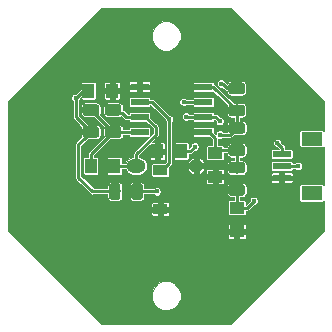
<source format=gbr>
G04 #@! TF.GenerationSoftware,KiCad,Pcbnew,(5.0.0)*
G04 #@! TF.CreationDate,2019-03-24T09:47:22+01:00*
G04 #@! TF.ProjectId,photoDiode_MDversion1.2,70686F746F44696F64655F4D44766572,rev?*
G04 #@! TF.SameCoordinates,Original*
G04 #@! TF.FileFunction,Copper,L4,Bot,Signal*
G04 #@! TF.FilePolarity,Positive*
%FSLAX46Y46*%
G04 Gerber Fmt 4.6, Leading zero omitted, Abs format (unit mm)*
G04 Created by KiCad (PCBNEW (5.0.0)) date 03/24/19 09:47:22*
%MOMM*%
%LPD*%
G01*
G04 APERTURE LIST*
G04 #@! TA.AperFunction,SMDPad,CuDef*
%ADD10R,1.200000X0.900000*%
G04 #@! TD*
G04 #@! TA.AperFunction,SMDPad,CuDef*
%ADD11R,1.000000X1.250000*%
G04 #@! TD*
G04 #@! TA.AperFunction,Conductor*
%ADD12C,0.100000*%
G04 #@! TD*
G04 #@! TA.AperFunction,SMDPad,CuDef*
%ADD13C,0.975000*%
G04 #@! TD*
G04 #@! TA.AperFunction,SMDPad,CuDef*
%ADD14R,1.250000X1.000000*%
G04 #@! TD*
G04 #@! TA.AperFunction,ComponentPad*
%ADD15O,1.600000X1.200000*%
G04 #@! TD*
G04 #@! TA.AperFunction,ComponentPad*
%ADD16O,1.200000X1.200000*%
G04 #@! TD*
G04 #@! TA.AperFunction,SMDPad,CuDef*
%ADD17R,1.550000X0.600000*%
G04 #@! TD*
G04 #@! TA.AperFunction,SMDPad,CuDef*
%ADD18R,1.800000X1.200000*%
G04 #@! TD*
G04 #@! TA.AperFunction,SMDPad,CuDef*
%ADD19R,1.000000X3.800000*%
G04 #@! TD*
G04 #@! TA.AperFunction,SMDPad,CuDef*
%ADD20R,3.800000X1.000000*%
G04 #@! TD*
G04 #@! TA.AperFunction,SMDPad,CuDef*
%ADD21C,1.000000*%
G04 #@! TD*
G04 #@! TA.AperFunction,ViaPad*
%ADD22C,0.450000*%
G04 #@! TD*
G04 #@! TA.AperFunction,Conductor*
%ADD23C,0.250000*%
G04 #@! TD*
G04 #@! TA.AperFunction,Conductor*
%ADD24C,0.088900*%
G04 #@! TD*
G04 APERTURE END LIST*
D10*
G04 #@! TO.P,D2,1*
G04 #@! TO.N,GND*
X149500000Y-98660000D03*
G04 #@! TO.P,D2,2*
G04 #@! TO.N,/Ref1*
X149500000Y-95360000D03*
G04 #@! TD*
D11*
G04 #@! TO.P,C5,1*
G04 #@! TO.N,GND*
X149270000Y-93770000D03*
G04 #@! TO.P,C5,2*
G04 #@! TO.N,/Ref2*
X151270000Y-93770000D03*
G04 #@! TD*
D12*
G04 #@! TO.N,/Ref2*
G04 #@! TO.C,R6*
G36*
X156460142Y-91306174D02*
X156483803Y-91309684D01*
X156507007Y-91315496D01*
X156529529Y-91323554D01*
X156551153Y-91333782D01*
X156571670Y-91346079D01*
X156590883Y-91360329D01*
X156608607Y-91376393D01*
X156624671Y-91394117D01*
X156638921Y-91413330D01*
X156651218Y-91433847D01*
X156661446Y-91455471D01*
X156669504Y-91477993D01*
X156675316Y-91501197D01*
X156678826Y-91524858D01*
X156680000Y-91548750D01*
X156680000Y-92036250D01*
X156678826Y-92060142D01*
X156675316Y-92083803D01*
X156669504Y-92107007D01*
X156661446Y-92129529D01*
X156651218Y-92151153D01*
X156638921Y-92171670D01*
X156624671Y-92190883D01*
X156608607Y-92208607D01*
X156590883Y-92224671D01*
X156571670Y-92238921D01*
X156551153Y-92251218D01*
X156529529Y-92261446D01*
X156507007Y-92269504D01*
X156483803Y-92275316D01*
X156460142Y-92278826D01*
X156436250Y-92280000D01*
X155523750Y-92280000D01*
X155499858Y-92278826D01*
X155476197Y-92275316D01*
X155452993Y-92269504D01*
X155430471Y-92261446D01*
X155408847Y-92251218D01*
X155388330Y-92238921D01*
X155369117Y-92224671D01*
X155351393Y-92208607D01*
X155335329Y-92190883D01*
X155321079Y-92171670D01*
X155308782Y-92151153D01*
X155298554Y-92129529D01*
X155290496Y-92107007D01*
X155284684Y-92083803D01*
X155281174Y-92060142D01*
X155280000Y-92036250D01*
X155280000Y-91548750D01*
X155281174Y-91524858D01*
X155284684Y-91501197D01*
X155290496Y-91477993D01*
X155298554Y-91455471D01*
X155308782Y-91433847D01*
X155321079Y-91413330D01*
X155335329Y-91394117D01*
X155351393Y-91376393D01*
X155369117Y-91360329D01*
X155388330Y-91346079D01*
X155408847Y-91333782D01*
X155430471Y-91323554D01*
X155452993Y-91315496D01*
X155476197Y-91309684D01*
X155499858Y-91306174D01*
X155523750Y-91305000D01*
X156436250Y-91305000D01*
X156460142Y-91306174D01*
X156460142Y-91306174D01*
G37*
D13*
G04 #@! TD*
G04 #@! TO.P,R6,1*
G04 #@! TO.N,/Ref2*
X155980000Y-91792500D03*
D12*
G04 #@! TO.N,/Vdd*
G04 #@! TO.C,R6*
G36*
X156460142Y-93181174D02*
X156483803Y-93184684D01*
X156507007Y-93190496D01*
X156529529Y-93198554D01*
X156551153Y-93208782D01*
X156571670Y-93221079D01*
X156590883Y-93235329D01*
X156608607Y-93251393D01*
X156624671Y-93269117D01*
X156638921Y-93288330D01*
X156651218Y-93308847D01*
X156661446Y-93330471D01*
X156669504Y-93352993D01*
X156675316Y-93376197D01*
X156678826Y-93399858D01*
X156680000Y-93423750D01*
X156680000Y-93911250D01*
X156678826Y-93935142D01*
X156675316Y-93958803D01*
X156669504Y-93982007D01*
X156661446Y-94004529D01*
X156651218Y-94026153D01*
X156638921Y-94046670D01*
X156624671Y-94065883D01*
X156608607Y-94083607D01*
X156590883Y-94099671D01*
X156571670Y-94113921D01*
X156551153Y-94126218D01*
X156529529Y-94136446D01*
X156507007Y-94144504D01*
X156483803Y-94150316D01*
X156460142Y-94153826D01*
X156436250Y-94155000D01*
X155523750Y-94155000D01*
X155499858Y-94153826D01*
X155476197Y-94150316D01*
X155452993Y-94144504D01*
X155430471Y-94136446D01*
X155408847Y-94126218D01*
X155388330Y-94113921D01*
X155369117Y-94099671D01*
X155351393Y-94083607D01*
X155335329Y-94065883D01*
X155321079Y-94046670D01*
X155308782Y-94026153D01*
X155298554Y-94004529D01*
X155290496Y-93982007D01*
X155284684Y-93958803D01*
X155281174Y-93935142D01*
X155280000Y-93911250D01*
X155280000Y-93423750D01*
X155281174Y-93399858D01*
X155284684Y-93376197D01*
X155290496Y-93352993D01*
X155298554Y-93330471D01*
X155308782Y-93308847D01*
X155321079Y-93288330D01*
X155335329Y-93269117D01*
X155351393Y-93251393D01*
X155369117Y-93235329D01*
X155388330Y-93221079D01*
X155408847Y-93208782D01*
X155430471Y-93198554D01*
X155452993Y-93190496D01*
X155476197Y-93184684D01*
X155499858Y-93181174D01*
X155523750Y-93180000D01*
X156436250Y-93180000D01*
X156460142Y-93181174D01*
X156460142Y-93181174D01*
G37*
D13*
G04 #@! TD*
G04 #@! TO.P,R6,2*
G04 #@! TO.N,/Vdd*
X155980000Y-93667500D03*
D12*
G04 #@! TO.N,Net-(C4-Pad1)*
G04 #@! TO.C,R3*
G36*
X145920142Y-96461174D02*
X145943803Y-96464684D01*
X145967007Y-96470496D01*
X145989529Y-96478554D01*
X146011153Y-96488782D01*
X146031670Y-96501079D01*
X146050883Y-96515329D01*
X146068607Y-96531393D01*
X146084671Y-96549117D01*
X146098921Y-96568330D01*
X146111218Y-96588847D01*
X146121446Y-96610471D01*
X146129504Y-96632993D01*
X146135316Y-96656197D01*
X146138826Y-96679858D01*
X146140000Y-96703750D01*
X146140000Y-97616250D01*
X146138826Y-97640142D01*
X146135316Y-97663803D01*
X146129504Y-97687007D01*
X146121446Y-97709529D01*
X146111218Y-97731153D01*
X146098921Y-97751670D01*
X146084671Y-97770883D01*
X146068607Y-97788607D01*
X146050883Y-97804671D01*
X146031670Y-97818921D01*
X146011153Y-97831218D01*
X145989529Y-97841446D01*
X145967007Y-97849504D01*
X145943803Y-97855316D01*
X145920142Y-97858826D01*
X145896250Y-97860000D01*
X145408750Y-97860000D01*
X145384858Y-97858826D01*
X145361197Y-97855316D01*
X145337993Y-97849504D01*
X145315471Y-97841446D01*
X145293847Y-97831218D01*
X145273330Y-97818921D01*
X145254117Y-97804671D01*
X145236393Y-97788607D01*
X145220329Y-97770883D01*
X145206079Y-97751670D01*
X145193782Y-97731153D01*
X145183554Y-97709529D01*
X145175496Y-97687007D01*
X145169684Y-97663803D01*
X145166174Y-97640142D01*
X145165000Y-97616250D01*
X145165000Y-96703750D01*
X145166174Y-96679858D01*
X145169684Y-96656197D01*
X145175496Y-96632993D01*
X145183554Y-96610471D01*
X145193782Y-96588847D01*
X145206079Y-96568330D01*
X145220329Y-96549117D01*
X145236393Y-96531393D01*
X145254117Y-96515329D01*
X145273330Y-96501079D01*
X145293847Y-96488782D01*
X145315471Y-96478554D01*
X145337993Y-96470496D01*
X145361197Y-96464684D01*
X145384858Y-96461174D01*
X145408750Y-96460000D01*
X145896250Y-96460000D01*
X145920142Y-96461174D01*
X145920142Y-96461174D01*
G37*
D13*
G04 #@! TD*
G04 #@! TO.P,R3,1*
G04 #@! TO.N,Net-(C4-Pad1)*
X145652500Y-97160000D03*
D12*
G04 #@! TO.N,/A*
G04 #@! TO.C,R3*
G36*
X147795142Y-96461174D02*
X147818803Y-96464684D01*
X147842007Y-96470496D01*
X147864529Y-96478554D01*
X147886153Y-96488782D01*
X147906670Y-96501079D01*
X147925883Y-96515329D01*
X147943607Y-96531393D01*
X147959671Y-96549117D01*
X147973921Y-96568330D01*
X147986218Y-96588847D01*
X147996446Y-96610471D01*
X148004504Y-96632993D01*
X148010316Y-96656197D01*
X148013826Y-96679858D01*
X148015000Y-96703750D01*
X148015000Y-97616250D01*
X148013826Y-97640142D01*
X148010316Y-97663803D01*
X148004504Y-97687007D01*
X147996446Y-97709529D01*
X147986218Y-97731153D01*
X147973921Y-97751670D01*
X147959671Y-97770883D01*
X147943607Y-97788607D01*
X147925883Y-97804671D01*
X147906670Y-97818921D01*
X147886153Y-97831218D01*
X147864529Y-97841446D01*
X147842007Y-97849504D01*
X147818803Y-97855316D01*
X147795142Y-97858826D01*
X147771250Y-97860000D01*
X147283750Y-97860000D01*
X147259858Y-97858826D01*
X147236197Y-97855316D01*
X147212993Y-97849504D01*
X147190471Y-97841446D01*
X147168847Y-97831218D01*
X147148330Y-97818921D01*
X147129117Y-97804671D01*
X147111393Y-97788607D01*
X147095329Y-97770883D01*
X147081079Y-97751670D01*
X147068782Y-97731153D01*
X147058554Y-97709529D01*
X147050496Y-97687007D01*
X147044684Y-97663803D01*
X147041174Y-97640142D01*
X147040000Y-97616250D01*
X147040000Y-96703750D01*
X147041174Y-96679858D01*
X147044684Y-96656197D01*
X147050496Y-96632993D01*
X147058554Y-96610471D01*
X147068782Y-96588847D01*
X147081079Y-96568330D01*
X147095329Y-96549117D01*
X147111393Y-96531393D01*
X147129117Y-96515329D01*
X147148330Y-96501079D01*
X147168847Y-96488782D01*
X147190471Y-96478554D01*
X147212993Y-96470496D01*
X147236197Y-96464684D01*
X147259858Y-96461174D01*
X147283750Y-96460000D01*
X147771250Y-96460000D01*
X147795142Y-96461174D01*
X147795142Y-96461174D01*
G37*
D13*
G04 #@! TD*
G04 #@! TO.P,R3,2*
G04 #@! TO.N,/A*
X147527500Y-97160000D03*
D12*
G04 #@! TO.N,/Ref2*
G04 #@! TO.C,R4*
G36*
X156450142Y-89811174D02*
X156473803Y-89814684D01*
X156497007Y-89820496D01*
X156519529Y-89828554D01*
X156541153Y-89838782D01*
X156561670Y-89851079D01*
X156580883Y-89865329D01*
X156598607Y-89881393D01*
X156614671Y-89899117D01*
X156628921Y-89918330D01*
X156641218Y-89938847D01*
X156651446Y-89960471D01*
X156659504Y-89982993D01*
X156665316Y-90006197D01*
X156668826Y-90029858D01*
X156670000Y-90053750D01*
X156670000Y-90541250D01*
X156668826Y-90565142D01*
X156665316Y-90588803D01*
X156659504Y-90612007D01*
X156651446Y-90634529D01*
X156641218Y-90656153D01*
X156628921Y-90676670D01*
X156614671Y-90695883D01*
X156598607Y-90713607D01*
X156580883Y-90729671D01*
X156561670Y-90743921D01*
X156541153Y-90756218D01*
X156519529Y-90766446D01*
X156497007Y-90774504D01*
X156473803Y-90780316D01*
X156450142Y-90783826D01*
X156426250Y-90785000D01*
X155513750Y-90785000D01*
X155489858Y-90783826D01*
X155466197Y-90780316D01*
X155442993Y-90774504D01*
X155420471Y-90766446D01*
X155398847Y-90756218D01*
X155378330Y-90743921D01*
X155359117Y-90729671D01*
X155341393Y-90713607D01*
X155325329Y-90695883D01*
X155311079Y-90676670D01*
X155298782Y-90656153D01*
X155288554Y-90634529D01*
X155280496Y-90612007D01*
X155274684Y-90588803D01*
X155271174Y-90565142D01*
X155270000Y-90541250D01*
X155270000Y-90053750D01*
X155271174Y-90029858D01*
X155274684Y-90006197D01*
X155280496Y-89982993D01*
X155288554Y-89960471D01*
X155298782Y-89938847D01*
X155311079Y-89918330D01*
X155325329Y-89899117D01*
X155341393Y-89881393D01*
X155359117Y-89865329D01*
X155378330Y-89851079D01*
X155398847Y-89838782D01*
X155420471Y-89828554D01*
X155442993Y-89820496D01*
X155466197Y-89814684D01*
X155489858Y-89811174D01*
X155513750Y-89810000D01*
X156426250Y-89810000D01*
X156450142Y-89811174D01*
X156450142Y-89811174D01*
G37*
D13*
G04 #@! TD*
G04 #@! TO.P,R4,2*
G04 #@! TO.N,/Ref2*
X155970000Y-90297500D03*
D12*
G04 #@! TO.N,/Ref1*
G04 #@! TO.C,R4*
G36*
X156450142Y-87936174D02*
X156473803Y-87939684D01*
X156497007Y-87945496D01*
X156519529Y-87953554D01*
X156541153Y-87963782D01*
X156561670Y-87976079D01*
X156580883Y-87990329D01*
X156598607Y-88006393D01*
X156614671Y-88024117D01*
X156628921Y-88043330D01*
X156641218Y-88063847D01*
X156651446Y-88085471D01*
X156659504Y-88107993D01*
X156665316Y-88131197D01*
X156668826Y-88154858D01*
X156670000Y-88178750D01*
X156670000Y-88666250D01*
X156668826Y-88690142D01*
X156665316Y-88713803D01*
X156659504Y-88737007D01*
X156651446Y-88759529D01*
X156641218Y-88781153D01*
X156628921Y-88801670D01*
X156614671Y-88820883D01*
X156598607Y-88838607D01*
X156580883Y-88854671D01*
X156561670Y-88868921D01*
X156541153Y-88881218D01*
X156519529Y-88891446D01*
X156497007Y-88899504D01*
X156473803Y-88905316D01*
X156450142Y-88908826D01*
X156426250Y-88910000D01*
X155513750Y-88910000D01*
X155489858Y-88908826D01*
X155466197Y-88905316D01*
X155442993Y-88899504D01*
X155420471Y-88891446D01*
X155398847Y-88881218D01*
X155378330Y-88868921D01*
X155359117Y-88854671D01*
X155341393Y-88838607D01*
X155325329Y-88820883D01*
X155311079Y-88801670D01*
X155298782Y-88781153D01*
X155288554Y-88759529D01*
X155280496Y-88737007D01*
X155274684Y-88713803D01*
X155271174Y-88690142D01*
X155270000Y-88666250D01*
X155270000Y-88178750D01*
X155271174Y-88154858D01*
X155274684Y-88131197D01*
X155280496Y-88107993D01*
X155288554Y-88085471D01*
X155298782Y-88063847D01*
X155311079Y-88043330D01*
X155325329Y-88024117D01*
X155341393Y-88006393D01*
X155359117Y-87990329D01*
X155378330Y-87976079D01*
X155398847Y-87963782D01*
X155420471Y-87953554D01*
X155442993Y-87945496D01*
X155466197Y-87939684D01*
X155489858Y-87936174D01*
X155513750Y-87935000D01*
X156426250Y-87935000D01*
X156450142Y-87936174D01*
X156450142Y-87936174D01*
G37*
D13*
G04 #@! TD*
G04 #@! TO.P,R4,1*
G04 #@! TO.N,/Ref1*
X155970000Y-88422500D03*
D11*
G04 #@! TO.P,C2,1*
G04 #@! TO.N,Net-(C2-Pad1)*
X143630000Y-95000000D03*
G04 #@! TO.P,C2,2*
G04 #@! TO.N,Net-(C2-Pad2)*
X145630000Y-95000000D03*
G04 #@! TD*
D12*
G04 #@! TO.N,Net-(C2-Pad2)*
G04 #@! TO.C,R1*
G36*
X145990142Y-89766174D02*
X146013803Y-89769684D01*
X146037007Y-89775496D01*
X146059529Y-89783554D01*
X146081153Y-89793782D01*
X146101670Y-89806079D01*
X146120883Y-89820329D01*
X146138607Y-89836393D01*
X146154671Y-89854117D01*
X146168921Y-89873330D01*
X146181218Y-89893847D01*
X146191446Y-89915471D01*
X146199504Y-89937993D01*
X146205316Y-89961197D01*
X146208826Y-89984858D01*
X146210000Y-90008750D01*
X146210000Y-90496250D01*
X146208826Y-90520142D01*
X146205316Y-90543803D01*
X146199504Y-90567007D01*
X146191446Y-90589529D01*
X146181218Y-90611153D01*
X146168921Y-90631670D01*
X146154671Y-90650883D01*
X146138607Y-90668607D01*
X146120883Y-90684671D01*
X146101670Y-90698921D01*
X146081153Y-90711218D01*
X146059529Y-90721446D01*
X146037007Y-90729504D01*
X146013803Y-90735316D01*
X145990142Y-90738826D01*
X145966250Y-90740000D01*
X145053750Y-90740000D01*
X145029858Y-90738826D01*
X145006197Y-90735316D01*
X144982993Y-90729504D01*
X144960471Y-90721446D01*
X144938847Y-90711218D01*
X144918330Y-90698921D01*
X144899117Y-90684671D01*
X144881393Y-90668607D01*
X144865329Y-90650883D01*
X144851079Y-90631670D01*
X144838782Y-90611153D01*
X144828554Y-90589529D01*
X144820496Y-90567007D01*
X144814684Y-90543803D01*
X144811174Y-90520142D01*
X144810000Y-90496250D01*
X144810000Y-90008750D01*
X144811174Y-89984858D01*
X144814684Y-89961197D01*
X144820496Y-89937993D01*
X144828554Y-89915471D01*
X144838782Y-89893847D01*
X144851079Y-89873330D01*
X144865329Y-89854117D01*
X144881393Y-89836393D01*
X144899117Y-89820329D01*
X144918330Y-89806079D01*
X144938847Y-89793782D01*
X144960471Y-89783554D01*
X144982993Y-89775496D01*
X145006197Y-89769684D01*
X145029858Y-89766174D01*
X145053750Y-89765000D01*
X145966250Y-89765000D01*
X145990142Y-89766174D01*
X145990142Y-89766174D01*
G37*
D13*
G04 #@! TD*
G04 #@! TO.P,R1,1*
G04 #@! TO.N,Net-(C2-Pad2)*
X145510000Y-90252500D03*
D12*
G04 #@! TO.N,Net-(C2-Pad1)*
G04 #@! TO.C,R1*
G36*
X145990142Y-91641174D02*
X146013803Y-91644684D01*
X146037007Y-91650496D01*
X146059529Y-91658554D01*
X146081153Y-91668782D01*
X146101670Y-91681079D01*
X146120883Y-91695329D01*
X146138607Y-91711393D01*
X146154671Y-91729117D01*
X146168921Y-91748330D01*
X146181218Y-91768847D01*
X146191446Y-91790471D01*
X146199504Y-91812993D01*
X146205316Y-91836197D01*
X146208826Y-91859858D01*
X146210000Y-91883750D01*
X146210000Y-92371250D01*
X146208826Y-92395142D01*
X146205316Y-92418803D01*
X146199504Y-92442007D01*
X146191446Y-92464529D01*
X146181218Y-92486153D01*
X146168921Y-92506670D01*
X146154671Y-92525883D01*
X146138607Y-92543607D01*
X146120883Y-92559671D01*
X146101670Y-92573921D01*
X146081153Y-92586218D01*
X146059529Y-92596446D01*
X146037007Y-92604504D01*
X146013803Y-92610316D01*
X145990142Y-92613826D01*
X145966250Y-92615000D01*
X145053750Y-92615000D01*
X145029858Y-92613826D01*
X145006197Y-92610316D01*
X144982993Y-92604504D01*
X144960471Y-92596446D01*
X144938847Y-92586218D01*
X144918330Y-92573921D01*
X144899117Y-92559671D01*
X144881393Y-92543607D01*
X144865329Y-92525883D01*
X144851079Y-92506670D01*
X144838782Y-92486153D01*
X144828554Y-92464529D01*
X144820496Y-92442007D01*
X144814684Y-92418803D01*
X144811174Y-92395142D01*
X144810000Y-92371250D01*
X144810000Y-91883750D01*
X144811174Y-91859858D01*
X144814684Y-91836197D01*
X144820496Y-91812993D01*
X144828554Y-91790471D01*
X144838782Y-91768847D01*
X144851079Y-91748330D01*
X144865329Y-91729117D01*
X144881393Y-91711393D01*
X144899117Y-91695329D01*
X144918330Y-91681079D01*
X144938847Y-91668782D01*
X144960471Y-91658554D01*
X144982993Y-91650496D01*
X145006197Y-91644684D01*
X145029858Y-91641174D01*
X145053750Y-91640000D01*
X145966250Y-91640000D01*
X145990142Y-91641174D01*
X145990142Y-91641174D01*
G37*
D13*
G04 #@! TD*
G04 #@! TO.P,R1,2*
G04 #@! TO.N,Net-(C2-Pad1)*
X145510000Y-92127500D03*
D12*
G04 #@! TO.N,Net-(C2-Pad1)*
G04 #@! TO.C,R2*
G36*
X144100142Y-89766174D02*
X144123803Y-89769684D01*
X144147007Y-89775496D01*
X144169529Y-89783554D01*
X144191153Y-89793782D01*
X144211670Y-89806079D01*
X144230883Y-89820329D01*
X144248607Y-89836393D01*
X144264671Y-89854117D01*
X144278921Y-89873330D01*
X144291218Y-89893847D01*
X144301446Y-89915471D01*
X144309504Y-89937993D01*
X144315316Y-89961197D01*
X144318826Y-89984858D01*
X144320000Y-90008750D01*
X144320000Y-90496250D01*
X144318826Y-90520142D01*
X144315316Y-90543803D01*
X144309504Y-90567007D01*
X144301446Y-90589529D01*
X144291218Y-90611153D01*
X144278921Y-90631670D01*
X144264671Y-90650883D01*
X144248607Y-90668607D01*
X144230883Y-90684671D01*
X144211670Y-90698921D01*
X144191153Y-90711218D01*
X144169529Y-90721446D01*
X144147007Y-90729504D01*
X144123803Y-90735316D01*
X144100142Y-90738826D01*
X144076250Y-90740000D01*
X143163750Y-90740000D01*
X143139858Y-90738826D01*
X143116197Y-90735316D01*
X143092993Y-90729504D01*
X143070471Y-90721446D01*
X143048847Y-90711218D01*
X143028330Y-90698921D01*
X143009117Y-90684671D01*
X142991393Y-90668607D01*
X142975329Y-90650883D01*
X142961079Y-90631670D01*
X142948782Y-90611153D01*
X142938554Y-90589529D01*
X142930496Y-90567007D01*
X142924684Y-90543803D01*
X142921174Y-90520142D01*
X142920000Y-90496250D01*
X142920000Y-90008750D01*
X142921174Y-89984858D01*
X142924684Y-89961197D01*
X142930496Y-89937993D01*
X142938554Y-89915471D01*
X142948782Y-89893847D01*
X142961079Y-89873330D01*
X142975329Y-89854117D01*
X142991393Y-89836393D01*
X143009117Y-89820329D01*
X143028330Y-89806079D01*
X143048847Y-89793782D01*
X143070471Y-89783554D01*
X143092993Y-89775496D01*
X143116197Y-89769684D01*
X143139858Y-89766174D01*
X143163750Y-89765000D01*
X144076250Y-89765000D01*
X144100142Y-89766174D01*
X144100142Y-89766174D01*
G37*
D13*
G04 #@! TD*
G04 #@! TO.P,R2,1*
G04 #@! TO.N,Net-(C2-Pad1)*
X143620000Y-90252500D03*
D12*
G04 #@! TO.N,Net-(C4-Pad1)*
G04 #@! TO.C,R2*
G36*
X144100142Y-91641174D02*
X144123803Y-91644684D01*
X144147007Y-91650496D01*
X144169529Y-91658554D01*
X144191153Y-91668782D01*
X144211670Y-91681079D01*
X144230883Y-91695329D01*
X144248607Y-91711393D01*
X144264671Y-91729117D01*
X144278921Y-91748330D01*
X144291218Y-91768847D01*
X144301446Y-91790471D01*
X144309504Y-91812993D01*
X144315316Y-91836197D01*
X144318826Y-91859858D01*
X144320000Y-91883750D01*
X144320000Y-92371250D01*
X144318826Y-92395142D01*
X144315316Y-92418803D01*
X144309504Y-92442007D01*
X144301446Y-92464529D01*
X144291218Y-92486153D01*
X144278921Y-92506670D01*
X144264671Y-92525883D01*
X144248607Y-92543607D01*
X144230883Y-92559671D01*
X144211670Y-92573921D01*
X144191153Y-92586218D01*
X144169529Y-92596446D01*
X144147007Y-92604504D01*
X144123803Y-92610316D01*
X144100142Y-92613826D01*
X144076250Y-92615000D01*
X143163750Y-92615000D01*
X143139858Y-92613826D01*
X143116197Y-92610316D01*
X143092993Y-92604504D01*
X143070471Y-92596446D01*
X143048847Y-92586218D01*
X143028330Y-92573921D01*
X143009117Y-92559671D01*
X142991393Y-92543607D01*
X142975329Y-92525883D01*
X142961079Y-92506670D01*
X142948782Y-92486153D01*
X142938554Y-92464529D01*
X142930496Y-92442007D01*
X142924684Y-92418803D01*
X142921174Y-92395142D01*
X142920000Y-92371250D01*
X142920000Y-91883750D01*
X142921174Y-91859858D01*
X142924684Y-91836197D01*
X142930496Y-91812993D01*
X142938554Y-91790471D01*
X142948782Y-91768847D01*
X142961079Y-91748330D01*
X142975329Y-91729117D01*
X142991393Y-91711393D01*
X143009117Y-91695329D01*
X143028330Y-91681079D01*
X143048847Y-91668782D01*
X143070471Y-91658554D01*
X143092993Y-91650496D01*
X143116197Y-91644684D01*
X143139858Y-91641174D01*
X143163750Y-91640000D01*
X144076250Y-91640000D01*
X144100142Y-91641174D01*
X144100142Y-91641174D01*
G37*
D13*
G04 #@! TD*
G04 #@! TO.P,R2,2*
G04 #@! TO.N,Net-(C4-Pad1)*
X143620000Y-92127500D03*
D14*
G04 #@! TO.P,C1,2*
G04 #@! TO.N,GND*
X154160000Y-95900000D03*
G04 #@! TO.P,C1,1*
G04 #@! TO.N,/Vdd*
X154160000Y-93900000D03*
G04 #@! TD*
D15*
G04 #@! TO.P,D1,1*
G04 #@! TO.N,Net-(C2-Pad2)*
X147460000Y-95000000D03*
D16*
G04 #@! TO.P,D1,2*
G04 #@! TO.N,GND*
X152540000Y-95000000D03*
G04 #@! TD*
D17*
G04 #@! TO.P,J1,1*
G04 #@! TO.N,GND*
X159800000Y-96000000D03*
G04 #@! TO.P,J1,2*
G04 #@! TO.N,+5V*
X159800000Y-95000000D03*
G04 #@! TO.P,J1,3*
G04 #@! TO.N,/A*
X159800000Y-94000000D03*
D18*
G04 #@! TO.P,J1,MP*
G04 #@! TO.N,N/C*
X162325000Y-97300000D03*
X162325000Y-92700000D03*
G04 #@! TD*
D14*
G04 #@! TO.P,C3,2*
G04 #@! TO.N,+5V*
X155980000Y-98530000D03*
G04 #@! TO.P,C3,1*
G04 #@! TO.N,GND*
X155980000Y-100530000D03*
G04 #@! TD*
D11*
G04 #@! TO.P,C4,1*
G04 #@! TO.N,Net-(C4-Pad1)*
X143425000Y-88625000D03*
G04 #@! TO.P,C4,2*
G04 #@! TO.N,GND*
X145425000Y-88625000D03*
G04 #@! TD*
D12*
G04 #@! TO.N,+5V*
G04 #@! TO.C,L1*
G36*
X156460142Y-96541174D02*
X156483803Y-96544684D01*
X156507007Y-96550496D01*
X156529529Y-96558554D01*
X156551153Y-96568782D01*
X156571670Y-96581079D01*
X156590883Y-96595329D01*
X156608607Y-96611393D01*
X156624671Y-96629117D01*
X156638921Y-96648330D01*
X156651218Y-96668847D01*
X156661446Y-96690471D01*
X156669504Y-96712993D01*
X156675316Y-96736197D01*
X156678826Y-96759858D01*
X156680000Y-96783750D01*
X156680000Y-97271250D01*
X156678826Y-97295142D01*
X156675316Y-97318803D01*
X156669504Y-97342007D01*
X156661446Y-97364529D01*
X156651218Y-97386153D01*
X156638921Y-97406670D01*
X156624671Y-97425883D01*
X156608607Y-97443607D01*
X156590883Y-97459671D01*
X156571670Y-97473921D01*
X156551153Y-97486218D01*
X156529529Y-97496446D01*
X156507007Y-97504504D01*
X156483803Y-97510316D01*
X156460142Y-97513826D01*
X156436250Y-97515000D01*
X155523750Y-97515000D01*
X155499858Y-97513826D01*
X155476197Y-97510316D01*
X155452993Y-97504504D01*
X155430471Y-97496446D01*
X155408847Y-97486218D01*
X155388330Y-97473921D01*
X155369117Y-97459671D01*
X155351393Y-97443607D01*
X155335329Y-97425883D01*
X155321079Y-97406670D01*
X155308782Y-97386153D01*
X155298554Y-97364529D01*
X155290496Y-97342007D01*
X155284684Y-97318803D01*
X155281174Y-97295142D01*
X155280000Y-97271250D01*
X155280000Y-96783750D01*
X155281174Y-96759858D01*
X155284684Y-96736197D01*
X155290496Y-96712993D01*
X155298554Y-96690471D01*
X155308782Y-96668847D01*
X155321079Y-96648330D01*
X155335329Y-96629117D01*
X155351393Y-96611393D01*
X155369117Y-96595329D01*
X155388330Y-96581079D01*
X155408847Y-96568782D01*
X155430471Y-96558554D01*
X155452993Y-96550496D01*
X155476197Y-96544684D01*
X155499858Y-96541174D01*
X155523750Y-96540000D01*
X156436250Y-96540000D01*
X156460142Y-96541174D01*
X156460142Y-96541174D01*
G37*
D13*
G04 #@! TD*
G04 #@! TO.P,L1,1*
G04 #@! TO.N,+5V*
X155980000Y-97027500D03*
D12*
G04 #@! TO.N,/Vdd*
G04 #@! TO.C,L1*
G36*
X156460142Y-94666174D02*
X156483803Y-94669684D01*
X156507007Y-94675496D01*
X156529529Y-94683554D01*
X156551153Y-94693782D01*
X156571670Y-94706079D01*
X156590883Y-94720329D01*
X156608607Y-94736393D01*
X156624671Y-94754117D01*
X156638921Y-94773330D01*
X156651218Y-94793847D01*
X156661446Y-94815471D01*
X156669504Y-94837993D01*
X156675316Y-94861197D01*
X156678826Y-94884858D01*
X156680000Y-94908750D01*
X156680000Y-95396250D01*
X156678826Y-95420142D01*
X156675316Y-95443803D01*
X156669504Y-95467007D01*
X156661446Y-95489529D01*
X156651218Y-95511153D01*
X156638921Y-95531670D01*
X156624671Y-95550883D01*
X156608607Y-95568607D01*
X156590883Y-95584671D01*
X156571670Y-95598921D01*
X156551153Y-95611218D01*
X156529529Y-95621446D01*
X156507007Y-95629504D01*
X156483803Y-95635316D01*
X156460142Y-95638826D01*
X156436250Y-95640000D01*
X155523750Y-95640000D01*
X155499858Y-95638826D01*
X155476197Y-95635316D01*
X155452993Y-95629504D01*
X155430471Y-95621446D01*
X155408847Y-95611218D01*
X155388330Y-95598921D01*
X155369117Y-95584671D01*
X155351393Y-95568607D01*
X155335329Y-95550883D01*
X155321079Y-95531670D01*
X155308782Y-95511153D01*
X155298554Y-95489529D01*
X155290496Y-95467007D01*
X155284684Y-95443803D01*
X155281174Y-95420142D01*
X155280000Y-95396250D01*
X155280000Y-94908750D01*
X155281174Y-94884858D01*
X155284684Y-94861197D01*
X155290496Y-94837993D01*
X155298554Y-94815471D01*
X155308782Y-94793847D01*
X155321079Y-94773330D01*
X155335329Y-94754117D01*
X155351393Y-94736393D01*
X155369117Y-94720329D01*
X155388330Y-94706079D01*
X155408847Y-94693782D01*
X155430471Y-94683554D01*
X155452993Y-94675496D01*
X155476197Y-94669684D01*
X155499858Y-94666174D01*
X155523750Y-94665000D01*
X156436250Y-94665000D01*
X156460142Y-94666174D01*
X156460142Y-94666174D01*
G37*
D13*
G04 #@! TD*
G04 #@! TO.P,L1,2*
G04 #@! TO.N,/Vdd*
X155980000Y-95152500D03*
D17*
G04 #@! TO.P,U1,1*
G04 #@! TO.N,Net-(C2-Pad1)*
X147750000Y-92105000D03*
G04 #@! TO.P,U1,2*
G04 #@! TO.N,Net-(C2-Pad2)*
X147750000Y-90835000D03*
G04 #@! TO.P,U1,3*
G04 #@! TO.N,/Ref1*
X147750000Y-89565000D03*
G04 #@! TO.P,U1,4*
G04 #@! TO.N,GND*
X147750000Y-88295000D03*
G04 #@! TO.P,U1,5*
G04 #@! TO.N,/Ref2*
X153150000Y-88295000D03*
G04 #@! TO.P,U1,6*
G04 #@! TO.N,Net-(C4-Pad1)*
X153150000Y-89565000D03*
G04 #@! TO.P,U1,7*
G04 #@! TO.N,/A*
X153150000Y-90835000D03*
G04 #@! TO.P,U1,8*
G04 #@! TO.N,/Vdd*
X153150000Y-92105000D03*
G04 #@! TD*
D19*
G04 #@! TO.P,U2,1*
G04 #@! TO.N,GND*
X157650000Y-95000000D03*
X141350000Y-95000000D03*
D20*
X149500000Y-103150000D03*
X149500000Y-86850000D03*
D21*
X155875000Y-103150000D03*
D12*
G04 #@! TD*
G04 #@! TO.N,GND*
G04 #@! TO.C,U2*
G36*
X158150000Y-103650000D02*
X153600000Y-103650000D01*
X153600000Y-102650000D01*
X158150000Y-102650000D01*
X158150000Y-103650000D01*
X158150000Y-103650000D01*
G37*
D21*
G04 #@! TO.P,U2,1*
G04 #@! TO.N,GND*
X157650000Y-101375000D03*
D12*
G04 #@! TD*
G04 #@! TO.N,GND*
G04 #@! TO.C,U2*
G36*
X157150000Y-103650000D02*
X157150000Y-99100000D01*
X158150000Y-99100000D01*
X158150000Y-103650000D01*
X157150000Y-103650000D01*
X157150000Y-103650000D01*
G37*
D21*
G04 #@! TO.P,U2,1*
G04 #@! TO.N,GND*
X143125000Y-103150000D03*
D12*
G04 #@! TD*
G04 #@! TO.N,GND*
G04 #@! TO.C,U2*
G36*
X145400000Y-103650000D02*
X140850000Y-103650000D01*
X140850000Y-102650000D01*
X145400000Y-102650000D01*
X145400000Y-103650000D01*
X145400000Y-103650000D01*
G37*
D21*
G04 #@! TO.P,U2,1*
G04 #@! TO.N,GND*
X141350000Y-101375000D03*
D12*
G04 #@! TD*
G04 #@! TO.N,GND*
G04 #@! TO.C,U2*
G36*
X140850000Y-103650000D02*
X140850000Y-99100000D01*
X141850000Y-99100000D01*
X141850000Y-103650000D01*
X140850000Y-103650000D01*
X140850000Y-103650000D01*
G37*
D21*
G04 #@! TO.P,U2,1*
G04 #@! TO.N,GND*
X141350000Y-88625000D03*
D12*
G04 #@! TD*
G04 #@! TO.N,GND*
G04 #@! TO.C,U2*
G36*
X140850000Y-90900000D02*
X140850000Y-86350000D01*
X141850000Y-86350000D01*
X141850000Y-90900000D01*
X140850000Y-90900000D01*
X140850000Y-90900000D01*
G37*
D21*
G04 #@! TO.P,U2,1*
G04 #@! TO.N,GND*
X143125000Y-86850000D03*
D12*
G04 #@! TD*
G04 #@! TO.N,GND*
G04 #@! TO.C,U2*
G36*
X145400000Y-87350000D02*
X140850000Y-87350000D01*
X140850000Y-86350000D01*
X145400000Y-86350000D01*
X145400000Y-87350000D01*
X145400000Y-87350000D01*
G37*
D21*
G04 #@! TO.P,U2,1*
G04 #@! TO.N,GND*
X155875000Y-86850000D03*
D12*
G04 #@! TD*
G04 #@! TO.N,GND*
G04 #@! TO.C,U2*
G36*
X158150000Y-87350000D02*
X153600000Y-87350000D01*
X153600000Y-86350000D01*
X158150000Y-86350000D01*
X158150000Y-87350000D01*
X158150000Y-87350000D01*
G37*
D21*
G04 #@! TO.P,U2,1*
G04 #@! TO.N,GND*
X157650000Y-88625000D03*
D12*
G04 #@! TD*
G04 #@! TO.N,GND*
G04 #@! TO.C,U2*
G36*
X157150000Y-90900000D02*
X157150000Y-86350000D01*
X158150000Y-86350000D01*
X158150000Y-90900000D01*
X157150000Y-90900000D01*
X157150000Y-90900000D01*
G37*
D22*
G04 #@! TO.N,+5V*
X161170000Y-95000000D03*
X157430000Y-97955000D03*
G04 #@! TO.N,GND*
X154660000Y-84510000D03*
X159900000Y-100400000D03*
X155060000Y-105280000D03*
X145720000Y-85010000D03*
X144000000Y-84220000D03*
X137540000Y-91160000D03*
X138350000Y-94650000D03*
X137700000Y-97900000D03*
X143330000Y-105020000D03*
X146170000Y-104540000D03*
X145150000Y-106970000D03*
X147130000Y-107480000D03*
X153350000Y-107360000D03*
X156580000Y-105380000D03*
X159600000Y-102210000D03*
X161910000Y-99850000D03*
X158860000Y-98620000D03*
X162200000Y-89960000D03*
X159070000Y-90660000D03*
X160070000Y-88440000D03*
X157450000Y-85040000D03*
X154910000Y-82940000D03*
X152860000Y-85040000D03*
X147340000Y-82460000D03*
X142080000Y-85210000D03*
X139260000Y-88130000D03*
X138950000Y-101260000D03*
X159590000Y-92310000D03*
X143070000Y-100940000D03*
X145100000Y-99050000D03*
X146030000Y-101460000D03*
X146810000Y-99230000D03*
X152530000Y-101750000D03*
X153890000Y-99260000D03*
X150260000Y-100790000D03*
X150120000Y-97510000D03*
X148750000Y-96510000D03*
X148150000Y-93980000D03*
X146440000Y-93510000D03*
X143520000Y-93220000D03*
X141650000Y-91970000D03*
X144440000Y-88430000D03*
X143720000Y-91180000D03*
X149190000Y-90850000D03*
X149440000Y-88250000D03*
X151360000Y-88420000D03*
X154580000Y-90160000D03*
X157700000Y-91970000D03*
X143010000Y-97940000D03*
X153280000Y-97430000D03*
X143710000Y-99330000D03*
X139600000Y-91770000D03*
X139600000Y-97450000D03*
X146350000Y-91240000D03*
X151900000Y-98570000D03*
X152390000Y-99870000D03*
X147660000Y-100640000D03*
G04 #@! TO.N,/A*
X149210000Y-97160000D03*
X151690000Y-90830000D03*
X154550000Y-91210000D03*
X159410000Y-93060000D03*
G04 #@! TO.N,Net-(C4-Pad1)*
X142350000Y-89240000D03*
X151490000Y-89580000D03*
G04 #@! TO.N,/Ref2*
X152430000Y-93360000D03*
X154550000Y-92350000D03*
G04 #@! TO.N,/Ref1*
X154650000Y-88040000D03*
X150260000Y-91050000D03*
G04 #@! TD*
D23*
G04 #@! TO.N,+5V*
X159300000Y-95000000D02*
X161170000Y-95000000D01*
X155980000Y-98530000D02*
X155980000Y-97027500D01*
X156855000Y-98530000D02*
X157430000Y-97955000D01*
X155980000Y-98530000D02*
X156855000Y-98530000D01*
G04 #@! TO.N,/A*
X147527500Y-97160000D02*
X148115000Y-97160000D01*
X148115000Y-97160000D02*
X149210000Y-97160000D01*
X152125000Y-90835000D02*
X152120000Y-90830000D01*
X153150000Y-90835000D02*
X152125000Y-90835000D01*
X152120000Y-90830000D02*
X151690000Y-90830000D01*
X154175000Y-90835000D02*
X154550000Y-91210000D01*
X153150000Y-90835000D02*
X154175000Y-90835000D01*
X159800000Y-93450000D02*
X159410000Y-93060000D01*
X159800000Y-94000000D02*
X159800000Y-93450000D01*
G04 #@! TO.N,Net-(C2-Pad2)*
X145625000Y-95000000D02*
X145425000Y-94800000D01*
X145510000Y-90252500D02*
X145747500Y-90490000D01*
X147460000Y-95000000D02*
X145630000Y-95000000D01*
X148225000Y-90835000D02*
X147750000Y-90835000D01*
X149110000Y-91720000D02*
X148225000Y-90835000D01*
X149110000Y-92360000D02*
X149110000Y-91720000D01*
X147460000Y-95000000D02*
X147460000Y-94010000D01*
X147460000Y-94010000D02*
X149110000Y-92360000D01*
X145747500Y-90490000D02*
X146300000Y-90490000D01*
X146300000Y-90490000D02*
X146645000Y-90835000D01*
X146645000Y-90835000D02*
X147750000Y-90835000D01*
G04 #@! TO.N,Net-(C2-Pad1)*
X143512500Y-94712500D02*
X143425000Y-94800000D01*
X143630000Y-94007500D02*
X145510000Y-92127500D01*
X143630000Y-95000000D02*
X143630000Y-94007500D01*
X143635000Y-90252500D02*
X143620000Y-90252500D01*
X145510000Y-92127500D02*
X143635000Y-90252500D01*
X147727500Y-92127500D02*
X147750000Y-92105000D01*
X145510000Y-92127500D02*
X147727500Y-92127500D01*
G04 #@! TO.N,Net-(C4-Pad1)*
X143620000Y-92127500D02*
X142350000Y-90857500D01*
X142350000Y-90857500D02*
X142350000Y-89240000D01*
X142965000Y-88625000D02*
X142350000Y-89240000D01*
X143425000Y-88625000D02*
X142965000Y-88625000D01*
X151505000Y-89565000D02*
X151490000Y-89580000D01*
X153150000Y-89565000D02*
X151505000Y-89565000D01*
X143063763Y-92683737D02*
X143620000Y-92127500D01*
X142580000Y-93167500D02*
X143063763Y-92683737D01*
X142580000Y-95990000D02*
X142580000Y-93167500D01*
X145652500Y-97160000D02*
X143750000Y-97160000D01*
X143750000Y-97160000D02*
X142580000Y-95990000D01*
G04 #@! TO.N,/Vdd*
X155980000Y-95152500D02*
X155980000Y-93667500D01*
X154392500Y-93667500D02*
X154160000Y-93900000D01*
X155980000Y-93667500D02*
X154392500Y-93667500D01*
X153625000Y-92105000D02*
X153150000Y-92105000D01*
X154175000Y-92655000D02*
X153625000Y-92105000D01*
X154175000Y-93100000D02*
X154175000Y-92655000D01*
X154160000Y-93115000D02*
X154175000Y-93100000D01*
X154160000Y-93900000D02*
X154160000Y-93115000D01*
X152857500Y-92105000D02*
X153150000Y-92105000D01*
G04 #@! TO.N,/Ref2*
X155970000Y-91782500D02*
X155980000Y-91792500D01*
X155970000Y-90297500D02*
X155970000Y-91782500D01*
X153967500Y-88295000D02*
X153150000Y-88295000D01*
X155970000Y-90297500D02*
X153967500Y-88295000D01*
X152020000Y-93770000D02*
X152430000Y-93360000D01*
X151270000Y-93770000D02*
X152020000Y-93770000D01*
X155422500Y-92350000D02*
X155980000Y-91792500D01*
X154550000Y-92350000D02*
X155422500Y-92350000D01*
G04 #@! TO.N,/Ref1*
X147750000Y-89565000D02*
X148775000Y-89565000D01*
X155170000Y-88422500D02*
X154787500Y-88040000D01*
X155970000Y-88422500D02*
X155170000Y-88422500D01*
X154787500Y-88040000D02*
X154650000Y-88040000D01*
X150260000Y-91050000D02*
X148775000Y-89565000D01*
X149650000Y-95360000D02*
X149500000Y-95360000D01*
X150260000Y-91050000D02*
X150260000Y-94750000D01*
X150260000Y-94750000D02*
X149650000Y-95360000D01*
G04 #@! TD*
D24*
G04 #@! TO.N,GND*
G36*
X163346483Y-89471707D02*
X163346483Y-92041789D01*
X163321140Y-92003860D01*
X163277030Y-91974387D01*
X163225000Y-91964038D01*
X161425000Y-91964038D01*
X161372970Y-91974387D01*
X161328860Y-92003860D01*
X161299387Y-92047970D01*
X161289038Y-92100000D01*
X161289038Y-93300000D01*
X161299387Y-93352030D01*
X161328860Y-93396140D01*
X161372970Y-93425613D01*
X161425000Y-93435962D01*
X163225000Y-93435962D01*
X163277030Y-93425613D01*
X163321140Y-93396140D01*
X163346483Y-93358212D01*
X163346482Y-96641788D01*
X163321140Y-96603860D01*
X163277030Y-96574387D01*
X163225000Y-96564038D01*
X161425000Y-96564038D01*
X161372970Y-96574387D01*
X161328860Y-96603860D01*
X161299387Y-96647970D01*
X161289038Y-96700000D01*
X161289038Y-97900000D01*
X161299387Y-97952030D01*
X161328860Y-97996140D01*
X161372970Y-98025613D01*
X161425000Y-98035962D01*
X163225000Y-98035962D01*
X163277030Y-98025613D01*
X163321140Y-97996140D01*
X163346482Y-97958212D01*
X163346482Y-100528294D01*
X155528295Y-108346482D01*
X144471706Y-108346482D01*
X141879895Y-105754671D01*
X148766650Y-105754671D01*
X148766650Y-106245329D01*
X148954416Y-106698637D01*
X149301363Y-107045584D01*
X149754671Y-107233350D01*
X150245329Y-107233350D01*
X150698637Y-107045584D01*
X151045584Y-106698637D01*
X151233350Y-106245329D01*
X151233350Y-105754671D01*
X151045584Y-105301363D01*
X150698637Y-104954416D01*
X150245329Y-104766650D01*
X149754671Y-104766650D01*
X149301363Y-104954416D01*
X148954416Y-105301363D01*
X148766650Y-105754671D01*
X141879895Y-105754671D01*
X136900886Y-100775662D01*
X155210550Y-100775662D01*
X155210550Y-101058733D01*
X155232541Y-101111824D01*
X155273176Y-101152459D01*
X155326267Y-101174450D01*
X155734338Y-101174450D01*
X155770450Y-101138338D01*
X155770450Y-100739550D01*
X156189550Y-100739550D01*
X156189550Y-101138338D01*
X156225662Y-101174450D01*
X156633733Y-101174450D01*
X156686824Y-101152459D01*
X156727459Y-101111824D01*
X156749450Y-101058733D01*
X156749450Y-100775662D01*
X156713338Y-100739550D01*
X156189550Y-100739550D01*
X155770450Y-100739550D01*
X155246662Y-100739550D01*
X155210550Y-100775662D01*
X136900886Y-100775662D01*
X136653518Y-100528295D01*
X136653518Y-100001267D01*
X155210550Y-100001267D01*
X155210550Y-100284338D01*
X155246662Y-100320450D01*
X155770450Y-100320450D01*
X155770450Y-99921662D01*
X156189550Y-99921662D01*
X156189550Y-100320450D01*
X156713338Y-100320450D01*
X156749450Y-100284338D01*
X156749450Y-100001267D01*
X156727459Y-99948176D01*
X156686824Y-99907541D01*
X156633733Y-99885550D01*
X156225662Y-99885550D01*
X156189550Y-99921662D01*
X155770450Y-99921662D01*
X155734338Y-99885550D01*
X155326267Y-99885550D01*
X155273176Y-99907541D01*
X155232541Y-99948176D01*
X155210550Y-100001267D01*
X136653518Y-100001267D01*
X136653518Y-98905662D01*
X148755550Y-98905662D01*
X148755550Y-99138733D01*
X148777541Y-99191824D01*
X148818176Y-99232459D01*
X148871267Y-99254450D01*
X149254338Y-99254450D01*
X149290450Y-99218338D01*
X149290450Y-98869550D01*
X149709550Y-98869550D01*
X149709550Y-99218338D01*
X149745662Y-99254450D01*
X150128733Y-99254450D01*
X150181824Y-99232459D01*
X150222459Y-99191824D01*
X150244450Y-99138733D01*
X150244450Y-98905662D01*
X150208338Y-98869550D01*
X149709550Y-98869550D01*
X149290450Y-98869550D01*
X148791662Y-98869550D01*
X148755550Y-98905662D01*
X136653518Y-98905662D01*
X136653518Y-98181267D01*
X148755550Y-98181267D01*
X148755550Y-98414338D01*
X148791662Y-98450450D01*
X149290450Y-98450450D01*
X149290450Y-98101662D01*
X149709550Y-98101662D01*
X149709550Y-98450450D01*
X150208338Y-98450450D01*
X150244450Y-98414338D01*
X150244450Y-98181267D01*
X150222459Y-98128176D01*
X150181824Y-98087541D01*
X150128733Y-98065550D01*
X149745662Y-98065550D01*
X149709550Y-98101662D01*
X149290450Y-98101662D01*
X149254338Y-98065550D01*
X148871267Y-98065550D01*
X148818176Y-98087541D01*
X148777541Y-98128176D01*
X148755550Y-98181267D01*
X136653518Y-98181267D01*
X136653518Y-89471705D01*
X136956503Y-89168720D01*
X141991650Y-89168720D01*
X141991650Y-89311280D01*
X142046206Y-89442989D01*
X142091651Y-89488434D01*
X142091650Y-90832058D01*
X142086589Y-90857500D01*
X142091650Y-90882942D01*
X142106640Y-90958302D01*
X142163740Y-91043760D01*
X142185314Y-91058175D01*
X142834026Y-91706887D01*
X142812942Y-91738441D01*
X142784038Y-91883750D01*
X142784038Y-92371250D01*
X142812942Y-92516559D01*
X142834025Y-92548113D01*
X142415312Y-92966827D01*
X142393741Y-92981240D01*
X142366145Y-93022541D01*
X142336641Y-93066697D01*
X142316589Y-93167500D01*
X142321651Y-93192947D01*
X142321650Y-95964558D01*
X142316589Y-95990000D01*
X142321650Y-96015442D01*
X142336640Y-96090802D01*
X142393740Y-96176260D01*
X142415314Y-96190675D01*
X143549328Y-97324691D01*
X143563740Y-97346260D01*
X143585308Y-97360671D01*
X143585309Y-97360672D01*
X143649197Y-97403360D01*
X143750000Y-97423411D01*
X143775443Y-97418350D01*
X145029038Y-97418350D01*
X145029038Y-97616250D01*
X145057942Y-97761559D01*
X145140253Y-97884747D01*
X145263441Y-97967058D01*
X145408750Y-97995962D01*
X145896250Y-97995962D01*
X146041559Y-97967058D01*
X146164747Y-97884747D01*
X146247058Y-97761559D01*
X146275962Y-97616250D01*
X146275962Y-96703750D01*
X146904038Y-96703750D01*
X146904038Y-97616250D01*
X146932942Y-97761559D01*
X147015253Y-97884747D01*
X147138441Y-97967058D01*
X147283750Y-97995962D01*
X147771250Y-97995962D01*
X147916559Y-97967058D01*
X148039747Y-97884747D01*
X148122058Y-97761559D01*
X148150962Y-97616250D01*
X148150962Y-97418350D01*
X148961567Y-97418350D01*
X149007011Y-97463794D01*
X149138720Y-97518350D01*
X149281280Y-97518350D01*
X149412989Y-97463794D01*
X149513794Y-97362989D01*
X149568350Y-97231280D01*
X149568350Y-97088720D01*
X149513794Y-96957011D01*
X149412989Y-96856206D01*
X149281280Y-96801650D01*
X149138720Y-96801650D01*
X149007011Y-96856206D01*
X148961567Y-96901650D01*
X148150962Y-96901650D01*
X148150962Y-96783750D01*
X155144038Y-96783750D01*
X155144038Y-97271250D01*
X155172942Y-97416559D01*
X155255253Y-97539747D01*
X155378441Y-97622058D01*
X155523750Y-97650962D01*
X155721651Y-97650962D01*
X155721650Y-97894038D01*
X155355000Y-97894038D01*
X155302970Y-97904387D01*
X155258860Y-97933860D01*
X155229387Y-97977970D01*
X155219038Y-98030000D01*
X155219038Y-99030000D01*
X155229387Y-99082030D01*
X155258860Y-99126140D01*
X155302970Y-99155613D01*
X155355000Y-99165962D01*
X156605000Y-99165962D01*
X156657030Y-99155613D01*
X156701140Y-99126140D01*
X156730613Y-99082030D01*
X156740962Y-99030000D01*
X156740962Y-98788350D01*
X156829558Y-98788350D01*
X156855000Y-98793411D01*
X156880442Y-98788350D01*
X156880443Y-98788350D01*
X156955803Y-98773360D01*
X157041260Y-98716260D01*
X157055675Y-98694686D01*
X157437012Y-98313350D01*
X157501280Y-98313350D01*
X157632989Y-98258794D01*
X157733794Y-98157989D01*
X157788350Y-98026280D01*
X157788350Y-97883720D01*
X157733794Y-97752011D01*
X157632989Y-97651206D01*
X157501280Y-97596650D01*
X157358720Y-97596650D01*
X157227011Y-97651206D01*
X157126206Y-97752011D01*
X157071650Y-97883720D01*
X157071650Y-97947988D01*
X156747989Y-98271650D01*
X156740962Y-98271650D01*
X156740962Y-98030000D01*
X156730613Y-97977970D01*
X156701140Y-97933860D01*
X156657030Y-97904387D01*
X156605000Y-97894038D01*
X156238350Y-97894038D01*
X156238350Y-97650962D01*
X156436250Y-97650962D01*
X156581559Y-97622058D01*
X156704747Y-97539747D01*
X156787058Y-97416559D01*
X156815962Y-97271250D01*
X156815962Y-96783750D01*
X156787058Y-96638441D01*
X156704747Y-96515253D01*
X156581559Y-96432942D01*
X156436250Y-96404038D01*
X155523750Y-96404038D01*
X155378441Y-96432942D01*
X155255253Y-96515253D01*
X155172942Y-96638441D01*
X155144038Y-96783750D01*
X148150962Y-96783750D01*
X148150962Y-96703750D01*
X148122058Y-96558441D01*
X148039747Y-96435253D01*
X147916559Y-96352942D01*
X147771250Y-96324038D01*
X147283750Y-96324038D01*
X147138441Y-96352942D01*
X147015253Y-96435253D01*
X146932942Y-96558441D01*
X146904038Y-96703750D01*
X146275962Y-96703750D01*
X146247058Y-96558441D01*
X146164747Y-96435253D01*
X146041559Y-96352942D01*
X145896250Y-96324038D01*
X145408750Y-96324038D01*
X145263441Y-96352942D01*
X145140253Y-96435253D01*
X145057942Y-96558441D01*
X145029038Y-96703750D01*
X145029038Y-96901650D01*
X143857013Y-96901650D01*
X143101024Y-96145662D01*
X153390550Y-96145662D01*
X153390550Y-96428733D01*
X153412541Y-96481824D01*
X153453176Y-96522459D01*
X153506267Y-96544450D01*
X153914338Y-96544450D01*
X153950450Y-96508338D01*
X153950450Y-96109550D01*
X154369550Y-96109550D01*
X154369550Y-96508338D01*
X154405662Y-96544450D01*
X154813733Y-96544450D01*
X154866824Y-96522459D01*
X154907459Y-96481824D01*
X154929450Y-96428733D01*
X154929450Y-96186112D01*
X158880550Y-96186112D01*
X158880550Y-96328733D01*
X158902541Y-96381824D01*
X158943176Y-96422459D01*
X158996267Y-96444450D01*
X159554338Y-96444450D01*
X159590450Y-96408338D01*
X159590450Y-96150000D01*
X160009550Y-96150000D01*
X160009550Y-96408338D01*
X160045662Y-96444450D01*
X160603733Y-96444450D01*
X160656824Y-96422459D01*
X160697459Y-96381824D01*
X160719450Y-96328733D01*
X160719450Y-96186112D01*
X160683338Y-96150000D01*
X160009550Y-96150000D01*
X159590450Y-96150000D01*
X158916662Y-96150000D01*
X158880550Y-96186112D01*
X154929450Y-96186112D01*
X154929450Y-96145662D01*
X154893338Y-96109550D01*
X154369550Y-96109550D01*
X153950450Y-96109550D01*
X153426662Y-96109550D01*
X153390550Y-96145662D01*
X143101024Y-96145662D01*
X142838350Y-95882989D01*
X142838350Y-93274511D01*
X143264434Y-92848428D01*
X143264436Y-92848425D01*
X143361899Y-92750962D01*
X144076250Y-92750962D01*
X144221559Y-92722058D01*
X144344747Y-92639747D01*
X144427058Y-92516559D01*
X144455962Y-92371250D01*
X144455962Y-91883750D01*
X144427058Y-91738441D01*
X144344747Y-91615253D01*
X144221559Y-91532942D01*
X144076250Y-91504038D01*
X143361900Y-91504038D01*
X142608350Y-90750489D01*
X142608350Y-90008750D01*
X142784038Y-90008750D01*
X142784038Y-90496250D01*
X142812942Y-90641559D01*
X142895253Y-90764747D01*
X143018441Y-90847058D01*
X143163750Y-90875962D01*
X143893101Y-90875962D01*
X144724025Y-91706887D01*
X144702942Y-91738441D01*
X144674038Y-91883750D01*
X144674038Y-92371250D01*
X144702942Y-92516559D01*
X144724025Y-92548113D01*
X143465312Y-93806827D01*
X143443741Y-93821240D01*
X143391116Y-93900000D01*
X143386641Y-93906697D01*
X143366589Y-94007500D01*
X143371651Y-94032947D01*
X143371651Y-94239038D01*
X143130000Y-94239038D01*
X143077970Y-94249387D01*
X143033860Y-94278860D01*
X143004387Y-94322970D01*
X142994038Y-94375000D01*
X142994038Y-95625000D01*
X143004387Y-95677030D01*
X143033860Y-95721140D01*
X143077970Y-95750613D01*
X143130000Y-95760962D01*
X144130000Y-95760962D01*
X144182030Y-95750613D01*
X144226140Y-95721140D01*
X144255613Y-95677030D01*
X144265962Y-95625000D01*
X144265962Y-94375000D01*
X144255613Y-94322970D01*
X144226140Y-94278860D01*
X144182030Y-94249387D01*
X144130000Y-94239038D01*
X143888350Y-94239038D01*
X143888350Y-94114511D01*
X145251900Y-92750962D01*
X145966250Y-92750962D01*
X146111559Y-92722058D01*
X146234747Y-92639747D01*
X146317058Y-92516559D01*
X146343058Y-92385850D01*
X146839038Y-92385850D01*
X146839038Y-92405000D01*
X146849387Y-92457030D01*
X146878860Y-92501140D01*
X146922970Y-92530613D01*
X146975000Y-92540962D01*
X148525000Y-92540962D01*
X148573279Y-92531359D01*
X147295312Y-93809327D01*
X147273741Y-93823740D01*
X147242295Y-93870803D01*
X147216641Y-93909197D01*
X147196589Y-94010000D01*
X147201651Y-94035447D01*
X147201651Y-94266650D01*
X147187773Y-94266650D01*
X146973861Y-94309200D01*
X146731284Y-94471284D01*
X146569200Y-94713861D01*
X146563672Y-94741650D01*
X146265962Y-94741650D01*
X146265962Y-94375000D01*
X146255613Y-94322970D01*
X146226140Y-94278860D01*
X146182030Y-94249387D01*
X146130000Y-94239038D01*
X145130000Y-94239038D01*
X145077970Y-94249387D01*
X145033860Y-94278860D01*
X145004387Y-94322970D01*
X144994038Y-94375000D01*
X144994038Y-95625000D01*
X145004387Y-95677030D01*
X145033860Y-95721140D01*
X145077970Y-95750613D01*
X145130000Y-95760962D01*
X146130000Y-95760962D01*
X146182030Y-95750613D01*
X146226140Y-95721140D01*
X146255613Y-95677030D01*
X146265962Y-95625000D01*
X146265962Y-95258350D01*
X146563672Y-95258350D01*
X146569200Y-95286139D01*
X146731284Y-95528716D01*
X146973861Y-95690800D01*
X147187773Y-95733350D01*
X147732227Y-95733350D01*
X147946139Y-95690800D01*
X148188716Y-95528716D01*
X148350800Y-95286139D01*
X148407717Y-95000000D01*
X148350800Y-94713861D01*
X148188716Y-94471284D01*
X147946139Y-94309200D01*
X147732227Y-94266650D01*
X147718350Y-94266650D01*
X147718350Y-94117011D01*
X147819699Y-94015662D01*
X148625550Y-94015662D01*
X148625550Y-94423733D01*
X148647541Y-94476824D01*
X148688176Y-94517459D01*
X148741267Y-94539450D01*
X149024338Y-94539450D01*
X149060450Y-94503338D01*
X149060450Y-93979550D01*
X149479550Y-93979550D01*
X149479550Y-94503338D01*
X149515662Y-94539450D01*
X149798733Y-94539450D01*
X149851824Y-94517459D01*
X149892459Y-94476824D01*
X149914450Y-94423733D01*
X149914450Y-94015662D01*
X149878338Y-93979550D01*
X149479550Y-93979550D01*
X149060450Y-93979550D01*
X148661662Y-93979550D01*
X148625550Y-94015662D01*
X147819699Y-94015662D01*
X148625550Y-93209812D01*
X148625550Y-93524338D01*
X148661662Y-93560450D01*
X149060450Y-93560450D01*
X149060450Y-93036662D01*
X149479550Y-93036662D01*
X149479550Y-93560450D01*
X149878338Y-93560450D01*
X149914450Y-93524338D01*
X149914450Y-93116267D01*
X149892459Y-93063176D01*
X149851824Y-93022541D01*
X149798733Y-93000550D01*
X149515662Y-93000550D01*
X149479550Y-93036662D01*
X149060450Y-93036662D01*
X149024338Y-93000550D01*
X148834812Y-93000550D01*
X149274689Y-92560673D01*
X149296260Y-92546260D01*
X149353360Y-92460803D01*
X149368350Y-92385443D01*
X149368350Y-92385442D01*
X149373411Y-92360001D01*
X149368350Y-92334559D01*
X149368350Y-91745441D01*
X149373411Y-91719999D01*
X149365792Y-91681697D01*
X149353360Y-91619197D01*
X149296260Y-91533740D01*
X149274688Y-91519326D01*
X148660962Y-90905601D01*
X148660962Y-90535000D01*
X148650613Y-90482970D01*
X148621140Y-90438860D01*
X148577030Y-90409387D01*
X148525000Y-90399038D01*
X146975000Y-90399038D01*
X146922970Y-90409387D01*
X146878860Y-90438860D01*
X146849387Y-90482970D01*
X146839038Y-90535000D01*
X146839038Y-90576650D01*
X146752012Y-90576650D01*
X146500675Y-90325314D01*
X146486260Y-90303740D01*
X146400803Y-90246640D01*
X146345962Y-90235731D01*
X146345962Y-90008750D01*
X146317058Y-89863441D01*
X146234747Y-89740253D01*
X146111559Y-89657942D01*
X145966250Y-89629038D01*
X145053750Y-89629038D01*
X144908441Y-89657942D01*
X144785253Y-89740253D01*
X144702942Y-89863441D01*
X144674038Y-90008750D01*
X144674038Y-90496250D01*
X144702942Y-90641559D01*
X144785253Y-90764747D01*
X144908441Y-90847058D01*
X145053750Y-90875962D01*
X145966250Y-90875962D01*
X146111559Y-90847058D01*
X146219544Y-90774905D01*
X146444326Y-90999688D01*
X146458740Y-91021260D01*
X146536714Y-91073360D01*
X146544197Y-91078360D01*
X146645000Y-91098411D01*
X146670443Y-91093350D01*
X146839038Y-91093350D01*
X146839038Y-91135000D01*
X146849387Y-91187030D01*
X146878860Y-91231140D01*
X146922970Y-91260613D01*
X146975000Y-91270962D01*
X148295601Y-91270962D01*
X148851651Y-91827013D01*
X148851650Y-92252988D01*
X148651359Y-92453279D01*
X148660962Y-92405000D01*
X148660962Y-91805000D01*
X148650613Y-91752970D01*
X148621140Y-91708860D01*
X148577030Y-91679387D01*
X148525000Y-91669038D01*
X146975000Y-91669038D01*
X146922970Y-91679387D01*
X146878860Y-91708860D01*
X146849387Y-91752970D01*
X146839038Y-91805000D01*
X146839038Y-91869150D01*
X146343058Y-91869150D01*
X146317058Y-91738441D01*
X146234747Y-91615253D01*
X146111559Y-91532942D01*
X145966250Y-91504038D01*
X145251900Y-91504038D01*
X144411983Y-90664121D01*
X144427058Y-90641559D01*
X144455962Y-90496250D01*
X144455962Y-90008750D01*
X144427058Y-89863441D01*
X144344747Y-89740253D01*
X144221559Y-89657942D01*
X144076250Y-89629038D01*
X143163750Y-89629038D01*
X143018441Y-89657942D01*
X142895253Y-89740253D01*
X142812942Y-89863441D01*
X142784038Y-90008750D01*
X142608350Y-90008750D01*
X142608350Y-89488433D01*
X142653794Y-89442989D01*
X142708350Y-89311280D01*
X142708350Y-89247011D01*
X142789038Y-89166323D01*
X142789038Y-89250000D01*
X142799387Y-89302030D01*
X142828860Y-89346140D01*
X142872970Y-89375613D01*
X142925000Y-89385962D01*
X143925000Y-89385962D01*
X143977030Y-89375613D01*
X144021140Y-89346140D01*
X144050613Y-89302030D01*
X144060962Y-89250000D01*
X144060962Y-88870662D01*
X144780550Y-88870662D01*
X144780550Y-89278733D01*
X144802541Y-89331824D01*
X144843176Y-89372459D01*
X144896267Y-89394450D01*
X145179338Y-89394450D01*
X145215450Y-89358338D01*
X145215450Y-88834550D01*
X145634550Y-88834550D01*
X145634550Y-89358338D01*
X145670662Y-89394450D01*
X145953733Y-89394450D01*
X146006824Y-89372459D01*
X146047459Y-89331824D01*
X146069450Y-89278733D01*
X146069450Y-89265000D01*
X146839038Y-89265000D01*
X146839038Y-89865000D01*
X146849387Y-89917030D01*
X146878860Y-89961140D01*
X146922970Y-89990613D01*
X146975000Y-90000962D01*
X148525000Y-90000962D01*
X148577030Y-89990613D01*
X148621140Y-89961140D01*
X148650613Y-89917030D01*
X148660962Y-89865000D01*
X148660962Y-89823350D01*
X148667989Y-89823350D01*
X149901650Y-91057012D01*
X149901650Y-91121280D01*
X149956206Y-91252989D01*
X150001650Y-91298433D01*
X150001651Y-94642987D01*
X149870600Y-94774038D01*
X148900000Y-94774038D01*
X148847970Y-94784387D01*
X148803860Y-94813860D01*
X148774387Y-94857970D01*
X148764038Y-94910000D01*
X148764038Y-95810000D01*
X148774387Y-95862030D01*
X148803860Y-95906140D01*
X148847970Y-95935613D01*
X148900000Y-95945962D01*
X150100000Y-95945962D01*
X150152030Y-95935613D01*
X150196140Y-95906140D01*
X150225613Y-95862030D01*
X150235962Y-95810000D01*
X150235962Y-95209550D01*
X151863368Y-95209550D01*
X151867227Y-95318719D01*
X151988066Y-95499621D01*
X152221276Y-95672806D01*
X152330450Y-95678270D01*
X152330450Y-95209550D01*
X152749550Y-95209550D01*
X152749550Y-95678270D01*
X152858724Y-95672806D01*
X153091934Y-95499621D01*
X153177671Y-95371267D01*
X153390550Y-95371267D01*
X153390550Y-95654338D01*
X153426662Y-95690450D01*
X153950450Y-95690450D01*
X153950450Y-95291662D01*
X154369550Y-95291662D01*
X154369550Y-95690450D01*
X154893338Y-95690450D01*
X154929450Y-95654338D01*
X154929450Y-95371267D01*
X154907459Y-95318176D01*
X154866824Y-95277541D01*
X154813733Y-95255550D01*
X154405662Y-95255550D01*
X154369550Y-95291662D01*
X153950450Y-95291662D01*
X153914338Y-95255550D01*
X153506267Y-95255550D01*
X153453176Y-95277541D01*
X153412541Y-95318176D01*
X153390550Y-95371267D01*
X153177671Y-95371267D01*
X153212773Y-95318719D01*
X153216632Y-95209550D01*
X152749550Y-95209550D01*
X152330450Y-95209550D01*
X151863368Y-95209550D01*
X150235962Y-95209550D01*
X150235962Y-95139400D01*
X150424688Y-94950674D01*
X150446260Y-94936260D01*
X150503360Y-94850803D01*
X150515364Y-94790450D01*
X151863368Y-94790450D01*
X152330450Y-94790450D01*
X152749550Y-94790450D01*
X153216632Y-94790450D01*
X153212773Y-94681281D01*
X153091934Y-94500379D01*
X152858724Y-94327194D01*
X152749550Y-94321730D01*
X152749550Y-94790450D01*
X152330450Y-94790450D01*
X152330450Y-94321730D01*
X152221276Y-94327194D01*
X151988066Y-94500379D01*
X151867227Y-94681281D01*
X151863368Y-94790450D01*
X150515364Y-94790450D01*
X150518350Y-94775443D01*
X150523411Y-94750001D01*
X150518350Y-94724559D01*
X150518350Y-93145000D01*
X150634038Y-93145000D01*
X150634038Y-94395000D01*
X150644387Y-94447030D01*
X150673860Y-94491140D01*
X150717970Y-94520613D01*
X150770000Y-94530962D01*
X151770000Y-94530962D01*
X151822030Y-94520613D01*
X151866140Y-94491140D01*
X151895613Y-94447030D01*
X151905962Y-94395000D01*
X151905962Y-94028350D01*
X151994558Y-94028350D01*
X152020000Y-94033411D01*
X152045442Y-94028350D01*
X152045443Y-94028350D01*
X152120803Y-94013360D01*
X152206260Y-93956260D01*
X152220675Y-93934686D01*
X152437012Y-93718350D01*
X152501280Y-93718350D01*
X152632989Y-93663794D01*
X152733794Y-93562989D01*
X152788350Y-93431280D01*
X152788350Y-93288720D01*
X152733794Y-93157011D01*
X152632989Y-93056206D01*
X152501280Y-93001650D01*
X152358720Y-93001650D01*
X152227011Y-93056206D01*
X152126206Y-93157011D01*
X152071650Y-93288720D01*
X152071650Y-93352988D01*
X151912989Y-93511650D01*
X151905962Y-93511650D01*
X151905962Y-93145000D01*
X151895613Y-93092970D01*
X151866140Y-93048860D01*
X151822030Y-93019387D01*
X151770000Y-93009038D01*
X150770000Y-93009038D01*
X150717970Y-93019387D01*
X150673860Y-93048860D01*
X150644387Y-93092970D01*
X150634038Y-93145000D01*
X150518350Y-93145000D01*
X150518350Y-91298433D01*
X150563794Y-91252989D01*
X150618350Y-91121280D01*
X150618350Y-90978720D01*
X150563794Y-90847011D01*
X150475503Y-90758720D01*
X151331650Y-90758720D01*
X151331650Y-90901280D01*
X151386206Y-91032989D01*
X151487011Y-91133794D01*
X151618720Y-91188350D01*
X151761280Y-91188350D01*
X151892989Y-91133794D01*
X151938433Y-91088350D01*
X152074420Y-91088350D01*
X152099557Y-91093350D01*
X152124999Y-91098411D01*
X152150441Y-91093350D01*
X152239038Y-91093350D01*
X152239038Y-91135000D01*
X152249387Y-91187030D01*
X152278860Y-91231140D01*
X152322970Y-91260613D01*
X152375000Y-91270962D01*
X153925000Y-91270962D01*
X153977030Y-91260613D01*
X154021140Y-91231140D01*
X154050613Y-91187030D01*
X154060962Y-91135000D01*
X154060962Y-91093350D01*
X154067989Y-91093350D01*
X154191650Y-91217012D01*
X154191650Y-91281280D01*
X154246206Y-91412989D01*
X154347011Y-91513794D01*
X154478720Y-91568350D01*
X154621280Y-91568350D01*
X154752989Y-91513794D01*
X154853794Y-91412989D01*
X154908350Y-91281280D01*
X154908350Y-91138720D01*
X154853794Y-91007011D01*
X154752989Y-90906206D01*
X154621280Y-90851650D01*
X154557012Y-90851650D01*
X154375675Y-90670314D01*
X154361260Y-90648740D01*
X154275803Y-90591640D01*
X154200443Y-90576650D01*
X154200442Y-90576650D01*
X154175000Y-90571589D01*
X154149558Y-90576650D01*
X154060962Y-90576650D01*
X154060962Y-90535000D01*
X154050613Y-90482970D01*
X154021140Y-90438860D01*
X153977030Y-90409387D01*
X153925000Y-90399038D01*
X152375000Y-90399038D01*
X152322970Y-90409387D01*
X152278860Y-90438860D01*
X152249387Y-90482970D01*
X152239038Y-90535000D01*
X152239038Y-90576650D01*
X152170580Y-90576650D01*
X152145443Y-90571650D01*
X152145442Y-90571650D01*
X152120000Y-90566589D01*
X152094558Y-90571650D01*
X151938433Y-90571650D01*
X151892989Y-90526206D01*
X151761280Y-90471650D01*
X151618720Y-90471650D01*
X151487011Y-90526206D01*
X151386206Y-90627011D01*
X151331650Y-90758720D01*
X150475503Y-90758720D01*
X150462989Y-90746206D01*
X150331280Y-90691650D01*
X150267012Y-90691650D01*
X149084082Y-89508720D01*
X151131650Y-89508720D01*
X151131650Y-89651280D01*
X151186206Y-89782989D01*
X151287011Y-89883794D01*
X151418720Y-89938350D01*
X151561280Y-89938350D01*
X151692989Y-89883794D01*
X151753433Y-89823350D01*
X152239038Y-89823350D01*
X152239038Y-89865000D01*
X152249387Y-89917030D01*
X152278860Y-89961140D01*
X152322970Y-89990613D01*
X152375000Y-90000962D01*
X153925000Y-90000962D01*
X153977030Y-89990613D01*
X154021140Y-89961140D01*
X154050613Y-89917030D01*
X154060962Y-89865000D01*
X154060962Y-89265000D01*
X154050613Y-89212970D01*
X154021140Y-89168860D01*
X153977030Y-89139387D01*
X153925000Y-89129038D01*
X152375000Y-89129038D01*
X152322970Y-89139387D01*
X152278860Y-89168860D01*
X152249387Y-89212970D01*
X152239038Y-89265000D01*
X152239038Y-89306650D01*
X151723433Y-89306650D01*
X151692989Y-89276206D01*
X151561280Y-89221650D01*
X151418720Y-89221650D01*
X151287011Y-89276206D01*
X151186206Y-89377011D01*
X151131650Y-89508720D01*
X149084082Y-89508720D01*
X148975675Y-89400314D01*
X148961260Y-89378740D01*
X148875803Y-89321640D01*
X148800443Y-89306650D01*
X148800442Y-89306650D01*
X148775000Y-89301589D01*
X148749558Y-89306650D01*
X148660962Y-89306650D01*
X148660962Y-89265000D01*
X148650613Y-89212970D01*
X148621140Y-89168860D01*
X148577030Y-89139387D01*
X148525000Y-89129038D01*
X146975000Y-89129038D01*
X146922970Y-89139387D01*
X146878860Y-89168860D01*
X146849387Y-89212970D01*
X146839038Y-89265000D01*
X146069450Y-89265000D01*
X146069450Y-88870662D01*
X146033338Y-88834550D01*
X145634550Y-88834550D01*
X145215450Y-88834550D01*
X144816662Y-88834550D01*
X144780550Y-88870662D01*
X144060962Y-88870662D01*
X144060962Y-88481112D01*
X146830550Y-88481112D01*
X146830550Y-88623733D01*
X146852541Y-88676824D01*
X146893176Y-88717459D01*
X146946267Y-88739450D01*
X147504338Y-88739450D01*
X147540450Y-88703338D01*
X147540450Y-88445000D01*
X147959550Y-88445000D01*
X147959550Y-88703338D01*
X147995662Y-88739450D01*
X148553733Y-88739450D01*
X148606824Y-88717459D01*
X148647459Y-88676824D01*
X148669450Y-88623733D01*
X148669450Y-88481112D01*
X148633338Y-88445000D01*
X147959550Y-88445000D01*
X147540450Y-88445000D01*
X146866662Y-88445000D01*
X146830550Y-88481112D01*
X144060962Y-88481112D01*
X144060962Y-88000000D01*
X144055247Y-87971267D01*
X144780550Y-87971267D01*
X144780550Y-88379338D01*
X144816662Y-88415450D01*
X145215450Y-88415450D01*
X145215450Y-87891662D01*
X145634550Y-87891662D01*
X145634550Y-88415450D01*
X146033338Y-88415450D01*
X146069450Y-88379338D01*
X146069450Y-87971267D01*
X146067379Y-87966267D01*
X146830550Y-87966267D01*
X146830550Y-88108888D01*
X146866662Y-88145000D01*
X147540450Y-88145000D01*
X147540450Y-87886662D01*
X147959550Y-87886662D01*
X147959550Y-88145000D01*
X148633338Y-88145000D01*
X148669450Y-88108888D01*
X148669450Y-87995000D01*
X152239038Y-87995000D01*
X152239038Y-88595000D01*
X152249387Y-88647030D01*
X152278860Y-88691140D01*
X152322970Y-88720613D01*
X152375000Y-88730962D01*
X153925000Y-88730962D01*
X153977030Y-88720613D01*
X154007436Y-88700297D01*
X155184025Y-89876887D01*
X155162942Y-89908441D01*
X155134038Y-90053750D01*
X155134038Y-90541250D01*
X155162942Y-90686559D01*
X155245253Y-90809747D01*
X155368441Y-90892058D01*
X155513750Y-90920962D01*
X155711650Y-90920962D01*
X155711651Y-91169038D01*
X155523750Y-91169038D01*
X155378441Y-91197942D01*
X155255253Y-91280253D01*
X155172942Y-91403441D01*
X155144038Y-91548750D01*
X155144038Y-92036250D01*
X155155058Y-92091650D01*
X154798433Y-92091650D01*
X154752989Y-92046206D01*
X154621280Y-91991650D01*
X154478720Y-91991650D01*
X154347011Y-92046206D01*
X154246206Y-92147011D01*
X154191650Y-92278720D01*
X154191650Y-92306288D01*
X154060962Y-92175601D01*
X154060962Y-91805000D01*
X154050613Y-91752970D01*
X154021140Y-91708860D01*
X153977030Y-91679387D01*
X153925000Y-91669038D01*
X152375000Y-91669038D01*
X152322970Y-91679387D01*
X152278860Y-91708860D01*
X152249387Y-91752970D01*
X152239038Y-91805000D01*
X152239038Y-92405000D01*
X152249387Y-92457030D01*
X152278860Y-92501140D01*
X152322970Y-92530613D01*
X152375000Y-92540962D01*
X153695601Y-92540962D01*
X153916651Y-92762013D01*
X153916650Y-93014183D01*
X153916641Y-93014197D01*
X153896589Y-93115000D01*
X153901651Y-93140447D01*
X153901651Y-93264038D01*
X153535000Y-93264038D01*
X153482970Y-93274387D01*
X153438860Y-93303860D01*
X153409387Y-93347970D01*
X153399038Y-93400000D01*
X153399038Y-94400000D01*
X153409387Y-94452030D01*
X153438860Y-94496140D01*
X153482970Y-94525613D01*
X153535000Y-94535962D01*
X154785000Y-94535962D01*
X154837030Y-94525613D01*
X154881140Y-94496140D01*
X154910613Y-94452030D01*
X154920962Y-94400000D01*
X154920962Y-93925850D01*
X155146942Y-93925850D01*
X155172942Y-94056559D01*
X155255253Y-94179747D01*
X155378441Y-94262058D01*
X155523750Y-94290962D01*
X155721651Y-94290962D01*
X155721650Y-94529038D01*
X155523750Y-94529038D01*
X155378441Y-94557942D01*
X155255253Y-94640253D01*
X155172942Y-94763441D01*
X155144038Y-94908750D01*
X155144038Y-95396250D01*
X155172942Y-95541559D01*
X155255253Y-95664747D01*
X155378441Y-95747058D01*
X155523750Y-95775962D01*
X156436250Y-95775962D01*
X156581559Y-95747058D01*
X156694989Y-95671267D01*
X158880550Y-95671267D01*
X158880550Y-95813888D01*
X158916662Y-95850000D01*
X159590450Y-95850000D01*
X159590450Y-95591662D01*
X160009550Y-95591662D01*
X160009550Y-95850000D01*
X160683338Y-95850000D01*
X160719450Y-95813888D01*
X160719450Y-95671267D01*
X160697459Y-95618176D01*
X160656824Y-95577541D01*
X160603733Y-95555550D01*
X160045662Y-95555550D01*
X160009550Y-95591662D01*
X159590450Y-95591662D01*
X159554338Y-95555550D01*
X158996267Y-95555550D01*
X158943176Y-95577541D01*
X158902541Y-95618176D01*
X158880550Y-95671267D01*
X156694989Y-95671267D01*
X156704747Y-95664747D01*
X156787058Y-95541559D01*
X156815962Y-95396250D01*
X156815962Y-94908750D01*
X156787058Y-94763441D01*
X156744669Y-94700000D01*
X158889038Y-94700000D01*
X158889038Y-95300000D01*
X158899387Y-95352030D01*
X158928860Y-95396140D01*
X158972970Y-95425613D01*
X159025000Y-95435962D01*
X160575000Y-95435962D01*
X160627030Y-95425613D01*
X160671140Y-95396140D01*
X160700613Y-95352030D01*
X160710962Y-95300000D01*
X160710962Y-95258350D01*
X160921567Y-95258350D01*
X160967011Y-95303794D01*
X161098720Y-95358350D01*
X161241280Y-95358350D01*
X161372989Y-95303794D01*
X161473794Y-95202989D01*
X161528350Y-95071280D01*
X161528350Y-94928720D01*
X161473794Y-94797011D01*
X161372989Y-94696206D01*
X161241280Y-94641650D01*
X161098720Y-94641650D01*
X160967011Y-94696206D01*
X160921567Y-94741650D01*
X160710962Y-94741650D01*
X160710962Y-94700000D01*
X160700613Y-94647970D01*
X160671140Y-94603860D01*
X160627030Y-94574387D01*
X160575000Y-94564038D01*
X159025000Y-94564038D01*
X158972970Y-94574387D01*
X158928860Y-94603860D01*
X158899387Y-94647970D01*
X158889038Y-94700000D01*
X156744669Y-94700000D01*
X156704747Y-94640253D01*
X156581559Y-94557942D01*
X156436250Y-94529038D01*
X156238350Y-94529038D01*
X156238350Y-94290962D01*
X156436250Y-94290962D01*
X156581559Y-94262058D01*
X156704747Y-94179747D01*
X156787058Y-94056559D01*
X156815962Y-93911250D01*
X156815962Y-93700000D01*
X158889038Y-93700000D01*
X158889038Y-94300000D01*
X158899387Y-94352030D01*
X158928860Y-94396140D01*
X158972970Y-94425613D01*
X159025000Y-94435962D01*
X160575000Y-94435962D01*
X160627030Y-94425613D01*
X160671140Y-94396140D01*
X160700613Y-94352030D01*
X160710962Y-94300000D01*
X160710962Y-93700000D01*
X160700613Y-93647970D01*
X160671140Y-93603860D01*
X160627030Y-93574387D01*
X160575000Y-93564038D01*
X160058350Y-93564038D01*
X160058350Y-93475441D01*
X160063411Y-93449999D01*
X160055285Y-93409150D01*
X160043360Y-93349197D01*
X159986260Y-93263740D01*
X159964688Y-93249326D01*
X159768350Y-93052989D01*
X159768350Y-92988720D01*
X159713794Y-92857011D01*
X159612989Y-92756206D01*
X159481280Y-92701650D01*
X159338720Y-92701650D01*
X159207011Y-92756206D01*
X159106206Y-92857011D01*
X159051650Y-92988720D01*
X159051650Y-93131280D01*
X159106206Y-93262989D01*
X159207011Y-93363794D01*
X159338720Y-93418350D01*
X159402989Y-93418350D01*
X159541651Y-93557013D01*
X159541651Y-93564038D01*
X159025000Y-93564038D01*
X158972970Y-93574387D01*
X158928860Y-93603860D01*
X158899387Y-93647970D01*
X158889038Y-93700000D01*
X156815962Y-93700000D01*
X156815962Y-93423750D01*
X156787058Y-93278441D01*
X156704747Y-93155253D01*
X156581559Y-93072942D01*
X156436250Y-93044038D01*
X155523750Y-93044038D01*
X155378441Y-93072942D01*
X155255253Y-93155253D01*
X155172942Y-93278441D01*
X155146942Y-93409150D01*
X154920962Y-93409150D01*
X154920962Y-93400000D01*
X154910613Y-93347970D01*
X154881140Y-93303860D01*
X154837030Y-93274387D01*
X154785000Y-93264038D01*
X154418350Y-93264038D01*
X154418350Y-93200818D01*
X154418360Y-93200803D01*
X154433350Y-93125443D01*
X154433350Y-93125442D01*
X154438411Y-93100001D01*
X154433350Y-93074559D01*
X154433350Y-92689557D01*
X154478720Y-92708350D01*
X154621280Y-92708350D01*
X154752989Y-92653794D01*
X154798433Y-92608350D01*
X155397058Y-92608350D01*
X155422500Y-92613411D01*
X155447942Y-92608350D01*
X155447943Y-92608350D01*
X155523303Y-92593360D01*
X155608760Y-92536260D01*
X155623175Y-92514686D01*
X155721899Y-92415962D01*
X156436250Y-92415962D01*
X156581559Y-92387058D01*
X156704747Y-92304747D01*
X156787058Y-92181559D01*
X156815962Y-92036250D01*
X156815962Y-91548750D01*
X156787058Y-91403441D01*
X156704747Y-91280253D01*
X156581559Y-91197942D01*
X156436250Y-91169038D01*
X156228350Y-91169038D01*
X156228350Y-90920962D01*
X156426250Y-90920962D01*
X156571559Y-90892058D01*
X156694747Y-90809747D01*
X156777058Y-90686559D01*
X156805962Y-90541250D01*
X156805962Y-90053750D01*
X156777058Y-89908441D01*
X156694747Y-89785253D01*
X156571559Y-89702942D01*
X156426250Y-89674038D01*
X155711900Y-89674038D01*
X154168175Y-88130314D01*
X154153760Y-88108740D01*
X154068303Y-88051640D01*
X154060962Y-88050180D01*
X154060962Y-87995000D01*
X154055735Y-87968720D01*
X154291650Y-87968720D01*
X154291650Y-88111280D01*
X154346206Y-88242989D01*
X154447011Y-88343794D01*
X154578720Y-88398350D01*
X154721280Y-88398350D01*
X154763147Y-88381008D01*
X154969326Y-88587188D01*
X154983740Y-88608760D01*
X155008047Y-88625001D01*
X155069197Y-88665860D01*
X155136628Y-88679273D01*
X155162942Y-88811559D01*
X155245253Y-88934747D01*
X155368441Y-89017058D01*
X155513750Y-89045962D01*
X156426250Y-89045962D01*
X156571559Y-89017058D01*
X156694747Y-88934747D01*
X156777058Y-88811559D01*
X156805962Y-88666250D01*
X156805962Y-88178750D01*
X156777058Y-88033441D01*
X156694747Y-87910253D01*
X156571559Y-87827942D01*
X156426250Y-87799038D01*
X155513750Y-87799038D01*
X155368441Y-87827942D01*
X155245253Y-87910253D01*
X155162942Y-88033441D01*
X155160181Y-88047320D01*
X154988175Y-87875314D01*
X154973760Y-87853740D01*
X154955735Y-87841696D01*
X154953794Y-87837011D01*
X154852989Y-87736206D01*
X154721280Y-87681650D01*
X154578720Y-87681650D01*
X154447011Y-87736206D01*
X154346206Y-87837011D01*
X154291650Y-87968720D01*
X154055735Y-87968720D01*
X154050613Y-87942970D01*
X154021140Y-87898860D01*
X153977030Y-87869387D01*
X153925000Y-87859038D01*
X152375000Y-87859038D01*
X152322970Y-87869387D01*
X152278860Y-87898860D01*
X152249387Y-87942970D01*
X152239038Y-87995000D01*
X148669450Y-87995000D01*
X148669450Y-87966267D01*
X148647459Y-87913176D01*
X148606824Y-87872541D01*
X148553733Y-87850550D01*
X147995662Y-87850550D01*
X147959550Y-87886662D01*
X147540450Y-87886662D01*
X147504338Y-87850550D01*
X146946267Y-87850550D01*
X146893176Y-87872541D01*
X146852541Y-87913176D01*
X146830550Y-87966267D01*
X146067379Y-87966267D01*
X146047459Y-87918176D01*
X146006824Y-87877541D01*
X145953733Y-87855550D01*
X145670662Y-87855550D01*
X145634550Y-87891662D01*
X145215450Y-87891662D01*
X145179338Y-87855550D01*
X144896267Y-87855550D01*
X144843176Y-87877541D01*
X144802541Y-87918176D01*
X144780550Y-87971267D01*
X144055247Y-87971267D01*
X144050613Y-87947970D01*
X144021140Y-87903860D01*
X143977030Y-87874387D01*
X143925000Y-87864038D01*
X142925000Y-87864038D01*
X142872970Y-87874387D01*
X142828860Y-87903860D01*
X142799387Y-87947970D01*
X142789038Y-88000000D01*
X142789038Y-88431859D01*
X142778740Y-88438740D01*
X142764326Y-88460312D01*
X142342989Y-88881650D01*
X142278720Y-88881650D01*
X142147011Y-88936206D01*
X142046206Y-89037011D01*
X141991650Y-89168720D01*
X136956503Y-89168720D01*
X142370552Y-83754671D01*
X148766650Y-83754671D01*
X148766650Y-84245329D01*
X148954416Y-84698637D01*
X149301363Y-85045584D01*
X149754671Y-85233350D01*
X150245329Y-85233350D01*
X150698637Y-85045584D01*
X151045584Y-84698637D01*
X151233350Y-84245329D01*
X151233350Y-83754671D01*
X151045584Y-83301363D01*
X150698637Y-82954416D01*
X150245329Y-82766650D01*
X149754671Y-82766650D01*
X149301363Y-82954416D01*
X148954416Y-83301363D01*
X148766650Y-83754671D01*
X142370552Y-83754671D01*
X144471706Y-81653518D01*
X155528295Y-81653518D01*
X163346483Y-89471707D01*
X163346483Y-89471707D01*
G37*
X163346483Y-89471707D02*
X163346483Y-92041789D01*
X163321140Y-92003860D01*
X163277030Y-91974387D01*
X163225000Y-91964038D01*
X161425000Y-91964038D01*
X161372970Y-91974387D01*
X161328860Y-92003860D01*
X161299387Y-92047970D01*
X161289038Y-92100000D01*
X161289038Y-93300000D01*
X161299387Y-93352030D01*
X161328860Y-93396140D01*
X161372970Y-93425613D01*
X161425000Y-93435962D01*
X163225000Y-93435962D01*
X163277030Y-93425613D01*
X163321140Y-93396140D01*
X163346483Y-93358212D01*
X163346482Y-96641788D01*
X163321140Y-96603860D01*
X163277030Y-96574387D01*
X163225000Y-96564038D01*
X161425000Y-96564038D01*
X161372970Y-96574387D01*
X161328860Y-96603860D01*
X161299387Y-96647970D01*
X161289038Y-96700000D01*
X161289038Y-97900000D01*
X161299387Y-97952030D01*
X161328860Y-97996140D01*
X161372970Y-98025613D01*
X161425000Y-98035962D01*
X163225000Y-98035962D01*
X163277030Y-98025613D01*
X163321140Y-97996140D01*
X163346482Y-97958212D01*
X163346482Y-100528294D01*
X155528295Y-108346482D01*
X144471706Y-108346482D01*
X141879895Y-105754671D01*
X148766650Y-105754671D01*
X148766650Y-106245329D01*
X148954416Y-106698637D01*
X149301363Y-107045584D01*
X149754671Y-107233350D01*
X150245329Y-107233350D01*
X150698637Y-107045584D01*
X151045584Y-106698637D01*
X151233350Y-106245329D01*
X151233350Y-105754671D01*
X151045584Y-105301363D01*
X150698637Y-104954416D01*
X150245329Y-104766650D01*
X149754671Y-104766650D01*
X149301363Y-104954416D01*
X148954416Y-105301363D01*
X148766650Y-105754671D01*
X141879895Y-105754671D01*
X136900886Y-100775662D01*
X155210550Y-100775662D01*
X155210550Y-101058733D01*
X155232541Y-101111824D01*
X155273176Y-101152459D01*
X155326267Y-101174450D01*
X155734338Y-101174450D01*
X155770450Y-101138338D01*
X155770450Y-100739550D01*
X156189550Y-100739550D01*
X156189550Y-101138338D01*
X156225662Y-101174450D01*
X156633733Y-101174450D01*
X156686824Y-101152459D01*
X156727459Y-101111824D01*
X156749450Y-101058733D01*
X156749450Y-100775662D01*
X156713338Y-100739550D01*
X156189550Y-100739550D01*
X155770450Y-100739550D01*
X155246662Y-100739550D01*
X155210550Y-100775662D01*
X136900886Y-100775662D01*
X136653518Y-100528295D01*
X136653518Y-100001267D01*
X155210550Y-100001267D01*
X155210550Y-100284338D01*
X155246662Y-100320450D01*
X155770450Y-100320450D01*
X155770450Y-99921662D01*
X156189550Y-99921662D01*
X156189550Y-100320450D01*
X156713338Y-100320450D01*
X156749450Y-100284338D01*
X156749450Y-100001267D01*
X156727459Y-99948176D01*
X156686824Y-99907541D01*
X156633733Y-99885550D01*
X156225662Y-99885550D01*
X156189550Y-99921662D01*
X155770450Y-99921662D01*
X155734338Y-99885550D01*
X155326267Y-99885550D01*
X155273176Y-99907541D01*
X155232541Y-99948176D01*
X155210550Y-100001267D01*
X136653518Y-100001267D01*
X136653518Y-98905662D01*
X148755550Y-98905662D01*
X148755550Y-99138733D01*
X148777541Y-99191824D01*
X148818176Y-99232459D01*
X148871267Y-99254450D01*
X149254338Y-99254450D01*
X149290450Y-99218338D01*
X149290450Y-98869550D01*
X149709550Y-98869550D01*
X149709550Y-99218338D01*
X149745662Y-99254450D01*
X150128733Y-99254450D01*
X150181824Y-99232459D01*
X150222459Y-99191824D01*
X150244450Y-99138733D01*
X150244450Y-98905662D01*
X150208338Y-98869550D01*
X149709550Y-98869550D01*
X149290450Y-98869550D01*
X148791662Y-98869550D01*
X148755550Y-98905662D01*
X136653518Y-98905662D01*
X136653518Y-98181267D01*
X148755550Y-98181267D01*
X148755550Y-98414338D01*
X148791662Y-98450450D01*
X149290450Y-98450450D01*
X149290450Y-98101662D01*
X149709550Y-98101662D01*
X149709550Y-98450450D01*
X150208338Y-98450450D01*
X150244450Y-98414338D01*
X150244450Y-98181267D01*
X150222459Y-98128176D01*
X150181824Y-98087541D01*
X150128733Y-98065550D01*
X149745662Y-98065550D01*
X149709550Y-98101662D01*
X149290450Y-98101662D01*
X149254338Y-98065550D01*
X148871267Y-98065550D01*
X148818176Y-98087541D01*
X148777541Y-98128176D01*
X148755550Y-98181267D01*
X136653518Y-98181267D01*
X136653518Y-89471705D01*
X136956503Y-89168720D01*
X141991650Y-89168720D01*
X141991650Y-89311280D01*
X142046206Y-89442989D01*
X142091651Y-89488434D01*
X142091650Y-90832058D01*
X142086589Y-90857500D01*
X142091650Y-90882942D01*
X142106640Y-90958302D01*
X142163740Y-91043760D01*
X142185314Y-91058175D01*
X142834026Y-91706887D01*
X142812942Y-91738441D01*
X142784038Y-91883750D01*
X142784038Y-92371250D01*
X142812942Y-92516559D01*
X142834025Y-92548113D01*
X142415312Y-92966827D01*
X142393741Y-92981240D01*
X142366145Y-93022541D01*
X142336641Y-93066697D01*
X142316589Y-93167500D01*
X142321651Y-93192947D01*
X142321650Y-95964558D01*
X142316589Y-95990000D01*
X142321650Y-96015442D01*
X142336640Y-96090802D01*
X142393740Y-96176260D01*
X142415314Y-96190675D01*
X143549328Y-97324691D01*
X143563740Y-97346260D01*
X143585308Y-97360671D01*
X143585309Y-97360672D01*
X143649197Y-97403360D01*
X143750000Y-97423411D01*
X143775443Y-97418350D01*
X145029038Y-97418350D01*
X145029038Y-97616250D01*
X145057942Y-97761559D01*
X145140253Y-97884747D01*
X145263441Y-97967058D01*
X145408750Y-97995962D01*
X145896250Y-97995962D01*
X146041559Y-97967058D01*
X146164747Y-97884747D01*
X146247058Y-97761559D01*
X146275962Y-97616250D01*
X146275962Y-96703750D01*
X146904038Y-96703750D01*
X146904038Y-97616250D01*
X146932942Y-97761559D01*
X147015253Y-97884747D01*
X147138441Y-97967058D01*
X147283750Y-97995962D01*
X147771250Y-97995962D01*
X147916559Y-97967058D01*
X148039747Y-97884747D01*
X148122058Y-97761559D01*
X148150962Y-97616250D01*
X148150962Y-97418350D01*
X148961567Y-97418350D01*
X149007011Y-97463794D01*
X149138720Y-97518350D01*
X149281280Y-97518350D01*
X149412989Y-97463794D01*
X149513794Y-97362989D01*
X149568350Y-97231280D01*
X149568350Y-97088720D01*
X149513794Y-96957011D01*
X149412989Y-96856206D01*
X149281280Y-96801650D01*
X149138720Y-96801650D01*
X149007011Y-96856206D01*
X148961567Y-96901650D01*
X148150962Y-96901650D01*
X148150962Y-96783750D01*
X155144038Y-96783750D01*
X155144038Y-97271250D01*
X155172942Y-97416559D01*
X155255253Y-97539747D01*
X155378441Y-97622058D01*
X155523750Y-97650962D01*
X155721651Y-97650962D01*
X155721650Y-97894038D01*
X155355000Y-97894038D01*
X155302970Y-97904387D01*
X155258860Y-97933860D01*
X155229387Y-97977970D01*
X155219038Y-98030000D01*
X155219038Y-99030000D01*
X155229387Y-99082030D01*
X155258860Y-99126140D01*
X155302970Y-99155613D01*
X155355000Y-99165962D01*
X156605000Y-99165962D01*
X156657030Y-99155613D01*
X156701140Y-99126140D01*
X156730613Y-99082030D01*
X156740962Y-99030000D01*
X156740962Y-98788350D01*
X156829558Y-98788350D01*
X156855000Y-98793411D01*
X156880442Y-98788350D01*
X156880443Y-98788350D01*
X156955803Y-98773360D01*
X157041260Y-98716260D01*
X157055675Y-98694686D01*
X157437012Y-98313350D01*
X157501280Y-98313350D01*
X157632989Y-98258794D01*
X157733794Y-98157989D01*
X157788350Y-98026280D01*
X157788350Y-97883720D01*
X157733794Y-97752011D01*
X157632989Y-97651206D01*
X157501280Y-97596650D01*
X157358720Y-97596650D01*
X157227011Y-97651206D01*
X157126206Y-97752011D01*
X157071650Y-97883720D01*
X157071650Y-97947988D01*
X156747989Y-98271650D01*
X156740962Y-98271650D01*
X156740962Y-98030000D01*
X156730613Y-97977970D01*
X156701140Y-97933860D01*
X156657030Y-97904387D01*
X156605000Y-97894038D01*
X156238350Y-97894038D01*
X156238350Y-97650962D01*
X156436250Y-97650962D01*
X156581559Y-97622058D01*
X156704747Y-97539747D01*
X156787058Y-97416559D01*
X156815962Y-97271250D01*
X156815962Y-96783750D01*
X156787058Y-96638441D01*
X156704747Y-96515253D01*
X156581559Y-96432942D01*
X156436250Y-96404038D01*
X155523750Y-96404038D01*
X155378441Y-96432942D01*
X155255253Y-96515253D01*
X155172942Y-96638441D01*
X155144038Y-96783750D01*
X148150962Y-96783750D01*
X148150962Y-96703750D01*
X148122058Y-96558441D01*
X148039747Y-96435253D01*
X147916559Y-96352942D01*
X147771250Y-96324038D01*
X147283750Y-96324038D01*
X147138441Y-96352942D01*
X147015253Y-96435253D01*
X146932942Y-96558441D01*
X146904038Y-96703750D01*
X146275962Y-96703750D01*
X146247058Y-96558441D01*
X146164747Y-96435253D01*
X146041559Y-96352942D01*
X145896250Y-96324038D01*
X145408750Y-96324038D01*
X145263441Y-96352942D01*
X145140253Y-96435253D01*
X145057942Y-96558441D01*
X145029038Y-96703750D01*
X145029038Y-96901650D01*
X143857013Y-96901650D01*
X143101024Y-96145662D01*
X153390550Y-96145662D01*
X153390550Y-96428733D01*
X153412541Y-96481824D01*
X153453176Y-96522459D01*
X153506267Y-96544450D01*
X153914338Y-96544450D01*
X153950450Y-96508338D01*
X153950450Y-96109550D01*
X154369550Y-96109550D01*
X154369550Y-96508338D01*
X154405662Y-96544450D01*
X154813733Y-96544450D01*
X154866824Y-96522459D01*
X154907459Y-96481824D01*
X154929450Y-96428733D01*
X154929450Y-96186112D01*
X158880550Y-96186112D01*
X158880550Y-96328733D01*
X158902541Y-96381824D01*
X158943176Y-96422459D01*
X158996267Y-96444450D01*
X159554338Y-96444450D01*
X159590450Y-96408338D01*
X159590450Y-96150000D01*
X160009550Y-96150000D01*
X160009550Y-96408338D01*
X160045662Y-96444450D01*
X160603733Y-96444450D01*
X160656824Y-96422459D01*
X160697459Y-96381824D01*
X160719450Y-96328733D01*
X160719450Y-96186112D01*
X160683338Y-96150000D01*
X160009550Y-96150000D01*
X159590450Y-96150000D01*
X158916662Y-96150000D01*
X158880550Y-96186112D01*
X154929450Y-96186112D01*
X154929450Y-96145662D01*
X154893338Y-96109550D01*
X154369550Y-96109550D01*
X153950450Y-96109550D01*
X153426662Y-96109550D01*
X153390550Y-96145662D01*
X143101024Y-96145662D01*
X142838350Y-95882989D01*
X142838350Y-93274511D01*
X143264434Y-92848428D01*
X143264436Y-92848425D01*
X143361899Y-92750962D01*
X144076250Y-92750962D01*
X144221559Y-92722058D01*
X144344747Y-92639747D01*
X144427058Y-92516559D01*
X144455962Y-92371250D01*
X144455962Y-91883750D01*
X144427058Y-91738441D01*
X144344747Y-91615253D01*
X144221559Y-91532942D01*
X144076250Y-91504038D01*
X143361900Y-91504038D01*
X142608350Y-90750489D01*
X142608350Y-90008750D01*
X142784038Y-90008750D01*
X142784038Y-90496250D01*
X142812942Y-90641559D01*
X142895253Y-90764747D01*
X143018441Y-90847058D01*
X143163750Y-90875962D01*
X143893101Y-90875962D01*
X144724025Y-91706887D01*
X144702942Y-91738441D01*
X144674038Y-91883750D01*
X144674038Y-92371250D01*
X144702942Y-92516559D01*
X144724025Y-92548113D01*
X143465312Y-93806827D01*
X143443741Y-93821240D01*
X143391116Y-93900000D01*
X143386641Y-93906697D01*
X143366589Y-94007500D01*
X143371651Y-94032947D01*
X143371651Y-94239038D01*
X143130000Y-94239038D01*
X143077970Y-94249387D01*
X143033860Y-94278860D01*
X143004387Y-94322970D01*
X142994038Y-94375000D01*
X142994038Y-95625000D01*
X143004387Y-95677030D01*
X143033860Y-95721140D01*
X143077970Y-95750613D01*
X143130000Y-95760962D01*
X144130000Y-95760962D01*
X144182030Y-95750613D01*
X144226140Y-95721140D01*
X144255613Y-95677030D01*
X144265962Y-95625000D01*
X144265962Y-94375000D01*
X144255613Y-94322970D01*
X144226140Y-94278860D01*
X144182030Y-94249387D01*
X144130000Y-94239038D01*
X143888350Y-94239038D01*
X143888350Y-94114511D01*
X145251900Y-92750962D01*
X145966250Y-92750962D01*
X146111559Y-92722058D01*
X146234747Y-92639747D01*
X146317058Y-92516559D01*
X146343058Y-92385850D01*
X146839038Y-92385850D01*
X146839038Y-92405000D01*
X146849387Y-92457030D01*
X146878860Y-92501140D01*
X146922970Y-92530613D01*
X146975000Y-92540962D01*
X148525000Y-92540962D01*
X148573279Y-92531359D01*
X147295312Y-93809327D01*
X147273741Y-93823740D01*
X147242295Y-93870803D01*
X147216641Y-93909197D01*
X147196589Y-94010000D01*
X147201651Y-94035447D01*
X147201651Y-94266650D01*
X147187773Y-94266650D01*
X146973861Y-94309200D01*
X146731284Y-94471284D01*
X146569200Y-94713861D01*
X146563672Y-94741650D01*
X146265962Y-94741650D01*
X146265962Y-94375000D01*
X146255613Y-94322970D01*
X146226140Y-94278860D01*
X146182030Y-94249387D01*
X146130000Y-94239038D01*
X145130000Y-94239038D01*
X145077970Y-94249387D01*
X145033860Y-94278860D01*
X145004387Y-94322970D01*
X144994038Y-94375000D01*
X144994038Y-95625000D01*
X145004387Y-95677030D01*
X145033860Y-95721140D01*
X145077970Y-95750613D01*
X145130000Y-95760962D01*
X146130000Y-95760962D01*
X146182030Y-95750613D01*
X146226140Y-95721140D01*
X146255613Y-95677030D01*
X146265962Y-95625000D01*
X146265962Y-95258350D01*
X146563672Y-95258350D01*
X146569200Y-95286139D01*
X146731284Y-95528716D01*
X146973861Y-95690800D01*
X147187773Y-95733350D01*
X147732227Y-95733350D01*
X147946139Y-95690800D01*
X148188716Y-95528716D01*
X148350800Y-95286139D01*
X148407717Y-95000000D01*
X148350800Y-94713861D01*
X148188716Y-94471284D01*
X147946139Y-94309200D01*
X147732227Y-94266650D01*
X147718350Y-94266650D01*
X147718350Y-94117011D01*
X147819699Y-94015662D01*
X148625550Y-94015662D01*
X148625550Y-94423733D01*
X148647541Y-94476824D01*
X148688176Y-94517459D01*
X148741267Y-94539450D01*
X149024338Y-94539450D01*
X149060450Y-94503338D01*
X149060450Y-93979550D01*
X149479550Y-93979550D01*
X149479550Y-94503338D01*
X149515662Y-94539450D01*
X149798733Y-94539450D01*
X149851824Y-94517459D01*
X149892459Y-94476824D01*
X149914450Y-94423733D01*
X149914450Y-94015662D01*
X149878338Y-93979550D01*
X149479550Y-93979550D01*
X149060450Y-93979550D01*
X148661662Y-93979550D01*
X148625550Y-94015662D01*
X147819699Y-94015662D01*
X148625550Y-93209812D01*
X148625550Y-93524338D01*
X148661662Y-93560450D01*
X149060450Y-93560450D01*
X149060450Y-93036662D01*
X149479550Y-93036662D01*
X149479550Y-93560450D01*
X149878338Y-93560450D01*
X149914450Y-93524338D01*
X149914450Y-93116267D01*
X149892459Y-93063176D01*
X149851824Y-93022541D01*
X149798733Y-93000550D01*
X149515662Y-93000550D01*
X149479550Y-93036662D01*
X149060450Y-93036662D01*
X149024338Y-93000550D01*
X148834812Y-93000550D01*
X149274689Y-92560673D01*
X149296260Y-92546260D01*
X149353360Y-92460803D01*
X149368350Y-92385443D01*
X149368350Y-92385442D01*
X149373411Y-92360001D01*
X149368350Y-92334559D01*
X149368350Y-91745441D01*
X149373411Y-91719999D01*
X149365792Y-91681697D01*
X149353360Y-91619197D01*
X149296260Y-91533740D01*
X149274688Y-91519326D01*
X148660962Y-90905601D01*
X148660962Y-90535000D01*
X148650613Y-90482970D01*
X148621140Y-90438860D01*
X148577030Y-90409387D01*
X148525000Y-90399038D01*
X146975000Y-90399038D01*
X146922970Y-90409387D01*
X146878860Y-90438860D01*
X146849387Y-90482970D01*
X146839038Y-90535000D01*
X146839038Y-90576650D01*
X146752012Y-90576650D01*
X146500675Y-90325314D01*
X146486260Y-90303740D01*
X146400803Y-90246640D01*
X146345962Y-90235731D01*
X146345962Y-90008750D01*
X146317058Y-89863441D01*
X146234747Y-89740253D01*
X146111559Y-89657942D01*
X145966250Y-89629038D01*
X145053750Y-89629038D01*
X144908441Y-89657942D01*
X144785253Y-89740253D01*
X144702942Y-89863441D01*
X144674038Y-90008750D01*
X144674038Y-90496250D01*
X144702942Y-90641559D01*
X144785253Y-90764747D01*
X144908441Y-90847058D01*
X145053750Y-90875962D01*
X145966250Y-90875962D01*
X146111559Y-90847058D01*
X146219544Y-90774905D01*
X146444326Y-90999688D01*
X146458740Y-91021260D01*
X146536714Y-91073360D01*
X146544197Y-91078360D01*
X146645000Y-91098411D01*
X146670443Y-91093350D01*
X146839038Y-91093350D01*
X146839038Y-91135000D01*
X146849387Y-91187030D01*
X146878860Y-91231140D01*
X146922970Y-91260613D01*
X146975000Y-91270962D01*
X148295601Y-91270962D01*
X148851651Y-91827013D01*
X148851650Y-92252988D01*
X148651359Y-92453279D01*
X148660962Y-92405000D01*
X148660962Y-91805000D01*
X148650613Y-91752970D01*
X148621140Y-91708860D01*
X148577030Y-91679387D01*
X148525000Y-91669038D01*
X146975000Y-91669038D01*
X146922970Y-91679387D01*
X146878860Y-91708860D01*
X146849387Y-91752970D01*
X146839038Y-91805000D01*
X146839038Y-91869150D01*
X146343058Y-91869150D01*
X146317058Y-91738441D01*
X146234747Y-91615253D01*
X146111559Y-91532942D01*
X145966250Y-91504038D01*
X145251900Y-91504038D01*
X144411983Y-90664121D01*
X144427058Y-90641559D01*
X144455962Y-90496250D01*
X144455962Y-90008750D01*
X144427058Y-89863441D01*
X144344747Y-89740253D01*
X144221559Y-89657942D01*
X144076250Y-89629038D01*
X143163750Y-89629038D01*
X143018441Y-89657942D01*
X142895253Y-89740253D01*
X142812942Y-89863441D01*
X142784038Y-90008750D01*
X142608350Y-90008750D01*
X142608350Y-89488433D01*
X142653794Y-89442989D01*
X142708350Y-89311280D01*
X142708350Y-89247011D01*
X142789038Y-89166323D01*
X142789038Y-89250000D01*
X142799387Y-89302030D01*
X142828860Y-89346140D01*
X142872970Y-89375613D01*
X142925000Y-89385962D01*
X143925000Y-89385962D01*
X143977030Y-89375613D01*
X144021140Y-89346140D01*
X144050613Y-89302030D01*
X144060962Y-89250000D01*
X144060962Y-88870662D01*
X144780550Y-88870662D01*
X144780550Y-89278733D01*
X144802541Y-89331824D01*
X144843176Y-89372459D01*
X144896267Y-89394450D01*
X145179338Y-89394450D01*
X145215450Y-89358338D01*
X145215450Y-88834550D01*
X145634550Y-88834550D01*
X145634550Y-89358338D01*
X145670662Y-89394450D01*
X145953733Y-89394450D01*
X146006824Y-89372459D01*
X146047459Y-89331824D01*
X146069450Y-89278733D01*
X146069450Y-89265000D01*
X146839038Y-89265000D01*
X146839038Y-89865000D01*
X146849387Y-89917030D01*
X146878860Y-89961140D01*
X146922970Y-89990613D01*
X146975000Y-90000962D01*
X148525000Y-90000962D01*
X148577030Y-89990613D01*
X148621140Y-89961140D01*
X148650613Y-89917030D01*
X148660962Y-89865000D01*
X148660962Y-89823350D01*
X148667989Y-89823350D01*
X149901650Y-91057012D01*
X149901650Y-91121280D01*
X149956206Y-91252989D01*
X150001650Y-91298433D01*
X150001651Y-94642987D01*
X149870600Y-94774038D01*
X148900000Y-94774038D01*
X148847970Y-94784387D01*
X148803860Y-94813860D01*
X148774387Y-94857970D01*
X148764038Y-94910000D01*
X148764038Y-95810000D01*
X148774387Y-95862030D01*
X148803860Y-95906140D01*
X148847970Y-95935613D01*
X148900000Y-95945962D01*
X150100000Y-95945962D01*
X150152030Y-95935613D01*
X150196140Y-95906140D01*
X150225613Y-95862030D01*
X150235962Y-95810000D01*
X150235962Y-95209550D01*
X151863368Y-95209550D01*
X151867227Y-95318719D01*
X151988066Y-95499621D01*
X152221276Y-95672806D01*
X152330450Y-95678270D01*
X152330450Y-95209550D01*
X152749550Y-95209550D01*
X152749550Y-95678270D01*
X152858724Y-95672806D01*
X153091934Y-95499621D01*
X153177671Y-95371267D01*
X153390550Y-95371267D01*
X153390550Y-95654338D01*
X153426662Y-95690450D01*
X153950450Y-95690450D01*
X153950450Y-95291662D01*
X154369550Y-95291662D01*
X154369550Y-95690450D01*
X154893338Y-95690450D01*
X154929450Y-95654338D01*
X154929450Y-95371267D01*
X154907459Y-95318176D01*
X154866824Y-95277541D01*
X154813733Y-95255550D01*
X154405662Y-95255550D01*
X154369550Y-95291662D01*
X153950450Y-95291662D01*
X153914338Y-95255550D01*
X153506267Y-95255550D01*
X153453176Y-95277541D01*
X153412541Y-95318176D01*
X153390550Y-95371267D01*
X153177671Y-95371267D01*
X153212773Y-95318719D01*
X153216632Y-95209550D01*
X152749550Y-95209550D01*
X152330450Y-95209550D01*
X151863368Y-95209550D01*
X150235962Y-95209550D01*
X150235962Y-95139400D01*
X150424688Y-94950674D01*
X150446260Y-94936260D01*
X150503360Y-94850803D01*
X150515364Y-94790450D01*
X151863368Y-94790450D01*
X152330450Y-94790450D01*
X152749550Y-94790450D01*
X153216632Y-94790450D01*
X153212773Y-94681281D01*
X153091934Y-94500379D01*
X152858724Y-94327194D01*
X152749550Y-94321730D01*
X152749550Y-94790450D01*
X152330450Y-94790450D01*
X152330450Y-94321730D01*
X152221276Y-94327194D01*
X151988066Y-94500379D01*
X151867227Y-94681281D01*
X151863368Y-94790450D01*
X150515364Y-94790450D01*
X150518350Y-94775443D01*
X150523411Y-94750001D01*
X150518350Y-94724559D01*
X150518350Y-93145000D01*
X150634038Y-93145000D01*
X150634038Y-94395000D01*
X150644387Y-94447030D01*
X150673860Y-94491140D01*
X150717970Y-94520613D01*
X150770000Y-94530962D01*
X151770000Y-94530962D01*
X151822030Y-94520613D01*
X151866140Y-94491140D01*
X151895613Y-94447030D01*
X151905962Y-94395000D01*
X151905962Y-94028350D01*
X151994558Y-94028350D01*
X152020000Y-94033411D01*
X152045442Y-94028350D01*
X152045443Y-94028350D01*
X152120803Y-94013360D01*
X152206260Y-93956260D01*
X152220675Y-93934686D01*
X152437012Y-93718350D01*
X152501280Y-93718350D01*
X152632989Y-93663794D01*
X152733794Y-93562989D01*
X152788350Y-93431280D01*
X152788350Y-93288720D01*
X152733794Y-93157011D01*
X152632989Y-93056206D01*
X152501280Y-93001650D01*
X152358720Y-93001650D01*
X152227011Y-93056206D01*
X152126206Y-93157011D01*
X152071650Y-93288720D01*
X152071650Y-93352988D01*
X151912989Y-93511650D01*
X151905962Y-93511650D01*
X151905962Y-93145000D01*
X151895613Y-93092970D01*
X151866140Y-93048860D01*
X151822030Y-93019387D01*
X151770000Y-93009038D01*
X150770000Y-93009038D01*
X150717970Y-93019387D01*
X150673860Y-93048860D01*
X150644387Y-93092970D01*
X150634038Y-93145000D01*
X150518350Y-93145000D01*
X150518350Y-91298433D01*
X150563794Y-91252989D01*
X150618350Y-91121280D01*
X150618350Y-90978720D01*
X150563794Y-90847011D01*
X150475503Y-90758720D01*
X151331650Y-90758720D01*
X151331650Y-90901280D01*
X151386206Y-91032989D01*
X151487011Y-91133794D01*
X151618720Y-91188350D01*
X151761280Y-91188350D01*
X151892989Y-91133794D01*
X151938433Y-91088350D01*
X152074420Y-91088350D01*
X152099557Y-91093350D01*
X152124999Y-91098411D01*
X152150441Y-91093350D01*
X152239038Y-91093350D01*
X152239038Y-91135000D01*
X152249387Y-91187030D01*
X152278860Y-91231140D01*
X152322970Y-91260613D01*
X152375000Y-91270962D01*
X153925000Y-91270962D01*
X153977030Y-91260613D01*
X154021140Y-91231140D01*
X154050613Y-91187030D01*
X154060962Y-91135000D01*
X154060962Y-91093350D01*
X154067989Y-91093350D01*
X154191650Y-91217012D01*
X154191650Y-91281280D01*
X154246206Y-91412989D01*
X154347011Y-91513794D01*
X154478720Y-91568350D01*
X154621280Y-91568350D01*
X154752989Y-91513794D01*
X154853794Y-91412989D01*
X154908350Y-91281280D01*
X154908350Y-91138720D01*
X154853794Y-91007011D01*
X154752989Y-90906206D01*
X154621280Y-90851650D01*
X154557012Y-90851650D01*
X154375675Y-90670314D01*
X154361260Y-90648740D01*
X154275803Y-90591640D01*
X154200443Y-90576650D01*
X154200442Y-90576650D01*
X154175000Y-90571589D01*
X154149558Y-90576650D01*
X154060962Y-90576650D01*
X154060962Y-90535000D01*
X154050613Y-90482970D01*
X154021140Y-90438860D01*
X153977030Y-90409387D01*
X153925000Y-90399038D01*
X152375000Y-90399038D01*
X152322970Y-90409387D01*
X152278860Y-90438860D01*
X152249387Y-90482970D01*
X152239038Y-90535000D01*
X152239038Y-90576650D01*
X152170580Y-90576650D01*
X152145443Y-90571650D01*
X152145442Y-90571650D01*
X152120000Y-90566589D01*
X152094558Y-90571650D01*
X151938433Y-90571650D01*
X151892989Y-90526206D01*
X151761280Y-90471650D01*
X151618720Y-90471650D01*
X151487011Y-90526206D01*
X151386206Y-90627011D01*
X151331650Y-90758720D01*
X150475503Y-90758720D01*
X150462989Y-90746206D01*
X150331280Y-90691650D01*
X150267012Y-90691650D01*
X149084082Y-89508720D01*
X151131650Y-89508720D01*
X151131650Y-89651280D01*
X151186206Y-89782989D01*
X151287011Y-89883794D01*
X151418720Y-89938350D01*
X151561280Y-89938350D01*
X151692989Y-89883794D01*
X151753433Y-89823350D01*
X152239038Y-89823350D01*
X152239038Y-89865000D01*
X152249387Y-89917030D01*
X152278860Y-89961140D01*
X152322970Y-89990613D01*
X152375000Y-90000962D01*
X153925000Y-90000962D01*
X153977030Y-89990613D01*
X154021140Y-89961140D01*
X154050613Y-89917030D01*
X154060962Y-89865000D01*
X154060962Y-89265000D01*
X154050613Y-89212970D01*
X154021140Y-89168860D01*
X153977030Y-89139387D01*
X153925000Y-89129038D01*
X152375000Y-89129038D01*
X152322970Y-89139387D01*
X152278860Y-89168860D01*
X152249387Y-89212970D01*
X152239038Y-89265000D01*
X152239038Y-89306650D01*
X151723433Y-89306650D01*
X151692989Y-89276206D01*
X151561280Y-89221650D01*
X151418720Y-89221650D01*
X151287011Y-89276206D01*
X151186206Y-89377011D01*
X151131650Y-89508720D01*
X149084082Y-89508720D01*
X148975675Y-89400314D01*
X148961260Y-89378740D01*
X148875803Y-89321640D01*
X148800443Y-89306650D01*
X148800442Y-89306650D01*
X148775000Y-89301589D01*
X148749558Y-89306650D01*
X148660962Y-89306650D01*
X148660962Y-89265000D01*
X148650613Y-89212970D01*
X148621140Y-89168860D01*
X148577030Y-89139387D01*
X148525000Y-89129038D01*
X146975000Y-89129038D01*
X146922970Y-89139387D01*
X146878860Y-89168860D01*
X146849387Y-89212970D01*
X146839038Y-89265000D01*
X146069450Y-89265000D01*
X146069450Y-88870662D01*
X146033338Y-88834550D01*
X145634550Y-88834550D01*
X145215450Y-88834550D01*
X144816662Y-88834550D01*
X144780550Y-88870662D01*
X144060962Y-88870662D01*
X144060962Y-88481112D01*
X146830550Y-88481112D01*
X146830550Y-88623733D01*
X146852541Y-88676824D01*
X146893176Y-88717459D01*
X146946267Y-88739450D01*
X147504338Y-88739450D01*
X147540450Y-88703338D01*
X147540450Y-88445000D01*
X147959550Y-88445000D01*
X147959550Y-88703338D01*
X147995662Y-88739450D01*
X148553733Y-88739450D01*
X148606824Y-88717459D01*
X148647459Y-88676824D01*
X148669450Y-88623733D01*
X148669450Y-88481112D01*
X148633338Y-88445000D01*
X147959550Y-88445000D01*
X147540450Y-88445000D01*
X146866662Y-88445000D01*
X146830550Y-88481112D01*
X144060962Y-88481112D01*
X144060962Y-88000000D01*
X144055247Y-87971267D01*
X144780550Y-87971267D01*
X144780550Y-88379338D01*
X144816662Y-88415450D01*
X145215450Y-88415450D01*
X145215450Y-87891662D01*
X145634550Y-87891662D01*
X145634550Y-88415450D01*
X146033338Y-88415450D01*
X146069450Y-88379338D01*
X146069450Y-87971267D01*
X146067379Y-87966267D01*
X146830550Y-87966267D01*
X146830550Y-88108888D01*
X146866662Y-88145000D01*
X147540450Y-88145000D01*
X147540450Y-87886662D01*
X147959550Y-87886662D01*
X147959550Y-88145000D01*
X148633338Y-88145000D01*
X148669450Y-88108888D01*
X148669450Y-87995000D01*
X152239038Y-87995000D01*
X152239038Y-88595000D01*
X152249387Y-88647030D01*
X152278860Y-88691140D01*
X152322970Y-88720613D01*
X152375000Y-88730962D01*
X153925000Y-88730962D01*
X153977030Y-88720613D01*
X154007436Y-88700297D01*
X155184025Y-89876887D01*
X155162942Y-89908441D01*
X155134038Y-90053750D01*
X155134038Y-90541250D01*
X155162942Y-90686559D01*
X155245253Y-90809747D01*
X155368441Y-90892058D01*
X155513750Y-90920962D01*
X155711650Y-90920962D01*
X155711651Y-91169038D01*
X155523750Y-91169038D01*
X155378441Y-91197942D01*
X155255253Y-91280253D01*
X155172942Y-91403441D01*
X155144038Y-91548750D01*
X155144038Y-92036250D01*
X155155058Y-92091650D01*
X154798433Y-92091650D01*
X154752989Y-92046206D01*
X154621280Y-91991650D01*
X154478720Y-91991650D01*
X154347011Y-92046206D01*
X154246206Y-92147011D01*
X154191650Y-92278720D01*
X154191650Y-92306288D01*
X154060962Y-92175601D01*
X154060962Y-91805000D01*
X154050613Y-91752970D01*
X154021140Y-91708860D01*
X153977030Y-91679387D01*
X153925000Y-91669038D01*
X152375000Y-91669038D01*
X152322970Y-91679387D01*
X152278860Y-91708860D01*
X152249387Y-91752970D01*
X152239038Y-91805000D01*
X152239038Y-92405000D01*
X152249387Y-92457030D01*
X152278860Y-92501140D01*
X152322970Y-92530613D01*
X152375000Y-92540962D01*
X153695601Y-92540962D01*
X153916651Y-92762013D01*
X153916650Y-93014183D01*
X153916641Y-93014197D01*
X153896589Y-93115000D01*
X153901651Y-93140447D01*
X153901651Y-93264038D01*
X153535000Y-93264038D01*
X153482970Y-93274387D01*
X153438860Y-93303860D01*
X153409387Y-93347970D01*
X153399038Y-93400000D01*
X153399038Y-94400000D01*
X153409387Y-94452030D01*
X153438860Y-94496140D01*
X153482970Y-94525613D01*
X153535000Y-94535962D01*
X154785000Y-94535962D01*
X154837030Y-94525613D01*
X154881140Y-94496140D01*
X154910613Y-94452030D01*
X154920962Y-94400000D01*
X154920962Y-93925850D01*
X155146942Y-93925850D01*
X155172942Y-94056559D01*
X155255253Y-94179747D01*
X155378441Y-94262058D01*
X155523750Y-94290962D01*
X155721651Y-94290962D01*
X155721650Y-94529038D01*
X155523750Y-94529038D01*
X155378441Y-94557942D01*
X155255253Y-94640253D01*
X155172942Y-94763441D01*
X155144038Y-94908750D01*
X155144038Y-95396250D01*
X155172942Y-95541559D01*
X155255253Y-95664747D01*
X155378441Y-95747058D01*
X155523750Y-95775962D01*
X156436250Y-95775962D01*
X156581559Y-95747058D01*
X156694989Y-95671267D01*
X158880550Y-95671267D01*
X158880550Y-95813888D01*
X158916662Y-95850000D01*
X159590450Y-95850000D01*
X159590450Y-95591662D01*
X160009550Y-95591662D01*
X160009550Y-95850000D01*
X160683338Y-95850000D01*
X160719450Y-95813888D01*
X160719450Y-95671267D01*
X160697459Y-95618176D01*
X160656824Y-95577541D01*
X160603733Y-95555550D01*
X160045662Y-95555550D01*
X160009550Y-95591662D01*
X159590450Y-95591662D01*
X159554338Y-95555550D01*
X158996267Y-95555550D01*
X158943176Y-95577541D01*
X158902541Y-95618176D01*
X158880550Y-95671267D01*
X156694989Y-95671267D01*
X156704747Y-95664747D01*
X156787058Y-95541559D01*
X156815962Y-95396250D01*
X156815962Y-94908750D01*
X156787058Y-94763441D01*
X156744669Y-94700000D01*
X158889038Y-94700000D01*
X158889038Y-95300000D01*
X158899387Y-95352030D01*
X158928860Y-95396140D01*
X158972970Y-95425613D01*
X159025000Y-95435962D01*
X160575000Y-95435962D01*
X160627030Y-95425613D01*
X160671140Y-95396140D01*
X160700613Y-95352030D01*
X160710962Y-95300000D01*
X160710962Y-95258350D01*
X160921567Y-95258350D01*
X160967011Y-95303794D01*
X161098720Y-95358350D01*
X161241280Y-95358350D01*
X161372989Y-95303794D01*
X161473794Y-95202989D01*
X161528350Y-95071280D01*
X161528350Y-94928720D01*
X161473794Y-94797011D01*
X161372989Y-94696206D01*
X161241280Y-94641650D01*
X161098720Y-94641650D01*
X160967011Y-94696206D01*
X160921567Y-94741650D01*
X160710962Y-94741650D01*
X160710962Y-94700000D01*
X160700613Y-94647970D01*
X160671140Y-94603860D01*
X160627030Y-94574387D01*
X160575000Y-94564038D01*
X159025000Y-94564038D01*
X158972970Y-94574387D01*
X158928860Y-94603860D01*
X158899387Y-94647970D01*
X158889038Y-94700000D01*
X156744669Y-94700000D01*
X156704747Y-94640253D01*
X156581559Y-94557942D01*
X156436250Y-94529038D01*
X156238350Y-94529038D01*
X156238350Y-94290962D01*
X156436250Y-94290962D01*
X156581559Y-94262058D01*
X156704747Y-94179747D01*
X156787058Y-94056559D01*
X156815962Y-93911250D01*
X156815962Y-93700000D01*
X158889038Y-93700000D01*
X158889038Y-94300000D01*
X158899387Y-94352030D01*
X158928860Y-94396140D01*
X158972970Y-94425613D01*
X159025000Y-94435962D01*
X160575000Y-94435962D01*
X160627030Y-94425613D01*
X160671140Y-94396140D01*
X160700613Y-94352030D01*
X160710962Y-94300000D01*
X160710962Y-93700000D01*
X160700613Y-93647970D01*
X160671140Y-93603860D01*
X160627030Y-93574387D01*
X160575000Y-93564038D01*
X160058350Y-93564038D01*
X160058350Y-93475441D01*
X160063411Y-93449999D01*
X160055285Y-93409150D01*
X160043360Y-93349197D01*
X159986260Y-93263740D01*
X159964688Y-93249326D01*
X159768350Y-93052989D01*
X159768350Y-92988720D01*
X159713794Y-92857011D01*
X159612989Y-92756206D01*
X159481280Y-92701650D01*
X159338720Y-92701650D01*
X159207011Y-92756206D01*
X159106206Y-92857011D01*
X159051650Y-92988720D01*
X159051650Y-93131280D01*
X159106206Y-93262989D01*
X159207011Y-93363794D01*
X159338720Y-93418350D01*
X159402989Y-93418350D01*
X159541651Y-93557013D01*
X159541651Y-93564038D01*
X159025000Y-93564038D01*
X158972970Y-93574387D01*
X158928860Y-93603860D01*
X158899387Y-93647970D01*
X158889038Y-93700000D01*
X156815962Y-93700000D01*
X156815962Y-93423750D01*
X156787058Y-93278441D01*
X156704747Y-93155253D01*
X156581559Y-93072942D01*
X156436250Y-93044038D01*
X155523750Y-93044038D01*
X155378441Y-93072942D01*
X155255253Y-93155253D01*
X155172942Y-93278441D01*
X155146942Y-93409150D01*
X154920962Y-93409150D01*
X154920962Y-93400000D01*
X154910613Y-93347970D01*
X154881140Y-93303860D01*
X154837030Y-93274387D01*
X154785000Y-93264038D01*
X154418350Y-93264038D01*
X154418350Y-93200818D01*
X154418360Y-93200803D01*
X154433350Y-93125443D01*
X154433350Y-93125442D01*
X154438411Y-93100001D01*
X154433350Y-93074559D01*
X154433350Y-92689557D01*
X154478720Y-92708350D01*
X154621280Y-92708350D01*
X154752989Y-92653794D01*
X154798433Y-92608350D01*
X155397058Y-92608350D01*
X155422500Y-92613411D01*
X155447942Y-92608350D01*
X155447943Y-92608350D01*
X155523303Y-92593360D01*
X155608760Y-92536260D01*
X155623175Y-92514686D01*
X155721899Y-92415962D01*
X156436250Y-92415962D01*
X156581559Y-92387058D01*
X156704747Y-92304747D01*
X156787058Y-92181559D01*
X156815962Y-92036250D01*
X156815962Y-91548750D01*
X156787058Y-91403441D01*
X156704747Y-91280253D01*
X156581559Y-91197942D01*
X156436250Y-91169038D01*
X156228350Y-91169038D01*
X156228350Y-90920962D01*
X156426250Y-90920962D01*
X156571559Y-90892058D01*
X156694747Y-90809747D01*
X156777058Y-90686559D01*
X156805962Y-90541250D01*
X156805962Y-90053750D01*
X156777058Y-89908441D01*
X156694747Y-89785253D01*
X156571559Y-89702942D01*
X156426250Y-89674038D01*
X155711900Y-89674038D01*
X154168175Y-88130314D01*
X154153760Y-88108740D01*
X154068303Y-88051640D01*
X154060962Y-88050180D01*
X154060962Y-87995000D01*
X154055735Y-87968720D01*
X154291650Y-87968720D01*
X154291650Y-88111280D01*
X154346206Y-88242989D01*
X154447011Y-88343794D01*
X154578720Y-88398350D01*
X154721280Y-88398350D01*
X154763147Y-88381008D01*
X154969326Y-88587188D01*
X154983740Y-88608760D01*
X155008047Y-88625001D01*
X155069197Y-88665860D01*
X155136628Y-88679273D01*
X155162942Y-88811559D01*
X155245253Y-88934747D01*
X155368441Y-89017058D01*
X155513750Y-89045962D01*
X156426250Y-89045962D01*
X156571559Y-89017058D01*
X156694747Y-88934747D01*
X156777058Y-88811559D01*
X156805962Y-88666250D01*
X156805962Y-88178750D01*
X156777058Y-88033441D01*
X156694747Y-87910253D01*
X156571559Y-87827942D01*
X156426250Y-87799038D01*
X155513750Y-87799038D01*
X155368441Y-87827942D01*
X155245253Y-87910253D01*
X155162942Y-88033441D01*
X155160181Y-88047320D01*
X154988175Y-87875314D01*
X154973760Y-87853740D01*
X154955735Y-87841696D01*
X154953794Y-87837011D01*
X154852989Y-87736206D01*
X154721280Y-87681650D01*
X154578720Y-87681650D01*
X154447011Y-87736206D01*
X154346206Y-87837011D01*
X154291650Y-87968720D01*
X154055735Y-87968720D01*
X154050613Y-87942970D01*
X154021140Y-87898860D01*
X153977030Y-87869387D01*
X153925000Y-87859038D01*
X152375000Y-87859038D01*
X152322970Y-87869387D01*
X152278860Y-87898860D01*
X152249387Y-87942970D01*
X152239038Y-87995000D01*
X148669450Y-87995000D01*
X148669450Y-87966267D01*
X148647459Y-87913176D01*
X148606824Y-87872541D01*
X148553733Y-87850550D01*
X147995662Y-87850550D01*
X147959550Y-87886662D01*
X147540450Y-87886662D01*
X147504338Y-87850550D01*
X146946267Y-87850550D01*
X146893176Y-87872541D01*
X146852541Y-87913176D01*
X146830550Y-87966267D01*
X146067379Y-87966267D01*
X146047459Y-87918176D01*
X146006824Y-87877541D01*
X145953733Y-87855550D01*
X145670662Y-87855550D01*
X145634550Y-87891662D01*
X145215450Y-87891662D01*
X145179338Y-87855550D01*
X144896267Y-87855550D01*
X144843176Y-87877541D01*
X144802541Y-87918176D01*
X144780550Y-87971267D01*
X144055247Y-87971267D01*
X144050613Y-87947970D01*
X144021140Y-87903860D01*
X143977030Y-87874387D01*
X143925000Y-87864038D01*
X142925000Y-87864038D01*
X142872970Y-87874387D01*
X142828860Y-87903860D01*
X142799387Y-87947970D01*
X142789038Y-88000000D01*
X142789038Y-88431859D01*
X142778740Y-88438740D01*
X142764326Y-88460312D01*
X142342989Y-88881650D01*
X142278720Y-88881650D01*
X142147011Y-88936206D01*
X142046206Y-89037011D01*
X141991650Y-89168720D01*
X136956503Y-89168720D01*
X142370552Y-83754671D01*
X148766650Y-83754671D01*
X148766650Y-84245329D01*
X148954416Y-84698637D01*
X149301363Y-85045584D01*
X149754671Y-85233350D01*
X150245329Y-85233350D01*
X150698637Y-85045584D01*
X151045584Y-84698637D01*
X151233350Y-84245329D01*
X151233350Y-83754671D01*
X151045584Y-83301363D01*
X150698637Y-82954416D01*
X150245329Y-82766650D01*
X149754671Y-82766650D01*
X149301363Y-82954416D01*
X148954416Y-83301363D01*
X148766650Y-83754671D01*
X142370552Y-83754671D01*
X144471706Y-81653518D01*
X155528295Y-81653518D01*
X163346483Y-89471707D01*
G04 #@! TD*
M02*

</source>
